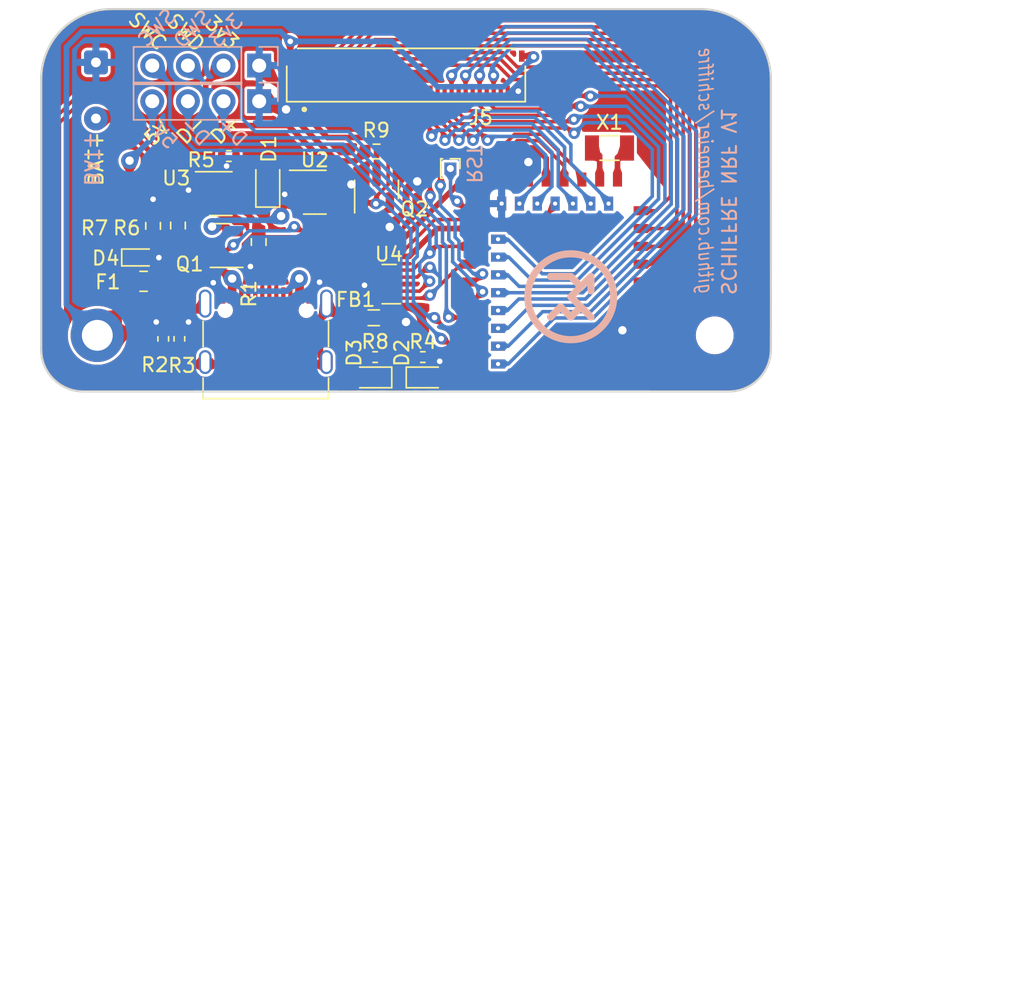
<source format=kicad_pcb>
(kicad_pcb (version 20221018) (generator pcbnew)
  (layers (0 "F.Cu" signal) (31 "B.Cu" signal) (34 "B.Paste" user) (35 "F.Paste" user) (36 "B.SilkS" user "B.Silkscreen") (37 "F.SilkS" user "F.Silkscreen") (38 "B.Mask" user) (39 "F.Mask" user) (44 "Edge.Cuts" user))
  (net 0 "")
  (net 1 "GND")
  (net 2 "RESET")
  (net 3 "/P0.02")
  (net 4 "/P0.29")
  (net 5 "/P0.30")
  (net 6 "/P0.31")
  (net 7 "VBUS")
  (net 8 "VBAT")
  (net 9 "DATA+")
  (net 10 "DATA-")
  (net 11 "/P1.13")
  (net 12 "/P1.11")
  (net 13 "/P0.20")
  (net 14 "/P0.13")
  (net 15 "/P0.15")
  (net 16 "/P0.17")
  (net 17 "/P0.22")
  (net 18 "/P0.24")
  (net 19 "SYS_LED")
  (net 20 "/P0.03")
  (net 21 "/P0.28")
  (net 22 "/P0.00")
  (net 23 "/P0.01")
  (net 24 "/P1.06")
  (net 25 "/P1.04")
  (net 26 "SWC")
  (net 27 "SWD")
  (net 28 "POWER_PIN")
  (net 29 "/P0.26")
  (net 30 "DCCH")
  (net 31 "CC2")
  (net 32 "CC1")
  (net 33 "EXT_VCC")
  (net 34 "Net-(D1-K)")
  (net 35 "/P1.00")
  (net 36 "/P1.02")
  (net 37 "/P0.12")
  (net 38 "Net-(D2-K)")
  (net 39 "BATTERY_PIN")
  (net 40 "Net-(D3-K)")
  (net 43 "nRF_VDD")
  (net 44 "/P0.07")
  (net 45 "/P0.08")
  (net 46 "/P0.06")
  (net 47 "Net-(U3-PROG)")
  (net 48 "/P0.05")
  (net 49 "/P1.09")
  (net 50 "Net-(U3-STAT)")
  (net 52 "/P1.10")
  (net 53 "5V")
  (net 54 "SHIELD")
  (footprint "E73-2G4M08S1C:E73-2G4M08S1C-52840" (layer "F.Cu") (at 51.601 26.52 -90)
    (fp_text reference "U1" hide)
    (fp_text value "E73-2G4M08S1C")
  )
  (footprint "Package_TO_SOT_SMD:SOT-23" (layer "F.Cu") (at 38.9 27.6 90)
    (fp_text reference "Q2")
    (fp_text value "AO3407")
  )
  (footprint "Diode_SMD:D_SOD-323F" (layer "F.Cu") (at 31.15 27.25 90)
    (fp_text reference "D1")
    (fp_text value "1N5819")
  )
  (footprint "Resistor_SMD:R_0603_1608Metric" (layer "F.Cu") (at 24.75 30.175 -90)
    (fp_text reference "R6")
    (fp_text value "1M")
  )
  (footprint "Resistor_SMD:R_0603_1608Metric" (layer "F.Cu") (at 22.975 30.2 90)
    (fp_text reference "R7")
    (fp_text value "2M")
  )
  (footprint "Package_TO_SOT_SMD:SOT-23" (layer "F.Cu") (at 27.7 31.6 180)
    (fp_text reference "Q1")
    (fp_text value "AO3407" hide)
  )
  (footprint "Resistor_SMD:R_0402_1005Metric" (layer "F.Cu") (at 42.2 39.55)
    (fp_text reference "R4")
    (fp_text value "1K")
  )
  (footprint "Resistor_SMD:R_0402_1005Metric" (layer "F.Cu") (at 23.7 38.25 90)
    (fp_text reference "R2")
    (fp_text value "5.1K")
  )
  (footprint "Resistor_SMD:R_0402_1005Metric" (layer "F.Cu") (at 24.85 38.25 90)
    (fp_text reference "R3")
    (fp_text value "5.1K")
  )
  (footprint "LED_SMD:LED_0603_1608Metric" (layer "F.Cu") (at 42.5 41)
    (fp_text reference "D2")
    (fp_text value "SYSTEM_LED")
  )
  (footprint "Resistor_SMD:R_0603_1608Metric" (layer "F.Cu") (at 30.5 31.35 -90)
    (fp_text reference "R1")
    (fp_text value "100K")
  )
  (footprint "Package_TO_SOT_SMD:SOT-23-5" (layer "F.Cu") (at 27.8 27.9)
    (fp_text reference "U3")
    (fp_text value "TP4054")
  )
  (footprint "Resistor_SMD:R_0402_1005Metric" (layer "F.Cu") (at 28.375 25.225 180)
    (fp_text reference "R5")
    (fp_text value "5.1K")
  )
  (footprint "Resistor_SMD:R_0603_1608Metric" (layer "F.Cu") (at 38.9 24.9 180)
    (fp_text reference "R9")
    (fp_text value "2M")
  )
  (footprint "Package_TO_SOT_SMD:SOT-23-5" (layer "F.Cu") (at 34.5 27.8)
    (fp_text reference "U2")
    (fp_text value "XC6220")
  )
  (footprint "Crystal:Crystal_SMD_3215-2Pin_3.2x1.5mm" (layer "F.Cu") (at 55.5 24.65 180)
    (fp_text reference "X1")
    (fp_text value "32768kHz")
  )
  (footprint "Resistor_SMD:R_0402_1005Metric" (layer "F.Cu") (at 38.8 39.55 180)
    (fp_text reference "R8")
    (fp_text value "1K")
  )
  (footprint "LED_SMD:LED_0603_1608Metric" (layer "F.Cu") (at 38.5 41 180)
    (fp_text reference "D3")
    (fp_text value "CHARGE_LED")
  )
  (footprint "Fuse:Fuse_0805_2012Metric" (layer "F.Cu") (at 22.3 34.15)
    (fp_text reference "F1")
    (fp_text value "SMD0805-050-16V")
  )
  (footprint "Connector_PinHeader_1.00mm:PinHeader_1x01_P1.00mm_Vertical" (layer "F.Cu") (at 44.16 26.11 -90)
    (fp_text reference "J3" hide)
    (fp_text value "Conn_01x01_Pin")
  )
  (footprint "MountingHole:MountingHole_2.2mm_M2_DIN965_Pad_TopBottom" (layer "F.Cu") (at 19 38)
    (fp_text reference "H1" hide)
    (fp_text value "MountingHole_Pad")
  )
  (footprint "Inductor_SMD:L_0805_2012Metric" (layer "F.Cu") (at 38.7 36.75 180)
    (fp_text reference "FB1")
    (fp_text value "GZ2012D601TF")
  )
  (footprint "FH34SRJ-30S-05:HRS_FH34SRJ-30S-0.5SH(50)" (layer "F.Cu") (at 41 20.6 180)
    (fp_text reference "J5")
    (fp_text value "FH34SRJ-30S-0.5SH(50)")
  )
  (footprint "Diode_SMD:D_SOD-523" (layer "F.Cu") (at 22 32.45)
    (fp_text reference "D4")
    (fp_text value "ESD5Z5V0")
  )
  (footprint "Package_SON:USON-10_2.5x1.0mm_P0.5mm" (layer "F.Cu") (at 39.8 34.35 180)
    (fp_text reference "U4")
    (fp_text value "TPD4E05U06DQAR")
  )
  (footprint "USB-C:USB_C_Receptacle_Palconn_UTC16-G_3D" (layer "F.Cu") (at 31.008 37.6675)
    (fp_text reference "P1" hide)
    (fp_text value "USB_C_Plug_USB2.0")
  )
  (footprint "MountingHole:MountingHole_2.2mm_M2_DIN965" (layer "F.Cu") (at 63 38)
    (fp_text reference "H2" hide)
    (fp_text value "MountingHole")
  )
  (footprint "Connector_PinSocket_2.54mm:PinSocket_1x04_P2.54mm_Vertical" (layer "B.Cu") (at 30.535 18.775 90)
    (fp_text reference "J2" hide)
    (fp_text value "Conn_01x04")
  )
  (footprint "Connector_PinSocket_2.54mm:PinSocket_1x04_P2.54mm_Vertical" (layer "B.Cu") (at 30.535 21.315 90)
    (fp_text reference "J4" hide)
    (fp_text value "Conn_01x04")
  )
  (footprint "Connector_Wire:SolderWire-0.15sqmm_1x02_P4mm_D0.5mm_OD1.5mm" (layer "B.Cu") (at 18.9 18.55 -90)
    (fp_text reference "J1" hide)
    (fp_text value "Conn_01x02")
  )
  (gr_poly (pts (xy 56.050095 35.079517) (xy 56.037283 34.911259) (xy 56.016186 34.745437) (xy 55.987011 34.582258) (xy 55.949969 34.421932) (xy 55.905268 34.264668) (xy 55.853117 34.110674) (xy 55.793725 33.96016) (xy 55.727302 33.813335) (xy 55.654055 33.670407) (xy 55.574195 33.531586) (xy 55.487929 33.39708) (xy 55.395468 33.267098) (xy 55.297019 33.14185) (xy 55.192793 33.021544) (xy 55.082997 32.906389) (xy 54.967841 32.796594) (xy 54.847535 32.692369) (xy 54.722286 32.593922) (xy 54.592304 32.501461) (xy 54.457797 32.415197) (xy 54.318976 32.335338) (xy 54.176049 32.262093) (xy 54.029224 32.19567) (xy 53.878711 32.13628) (xy 53.724718 32.08413) (xy 53.567456 32.03943) (xy 53.407132 32.002389) (xy 53.243955 31.973215) (xy 53.078136 31.952118) (xy 52.909882 31.939307) (xy 52.739402 31.93499) (xy 52.568919 31.939307) (xy 52.400662 31.952118) (xy 52.234839 31.973215) (xy 52.07166 32.002389) (xy 51.911334 32.03943) (xy 51.75407 32.08413) (xy 51.600076 32.13628) (xy 51.449562 32.19567) (xy 51.302737 32.262093) (xy 51.159809 32.335338) (xy 51.020988 32.415197) (xy 50.886482 32.501461) (xy 50.7565 32.593922) (xy 50.631252 32.692369) (xy 50.510946 32.796594) (xy 50.395791 32.906389) (xy 50.285997 33.021544) (xy 50.181771 33.14185) (xy 50.083324 33.267098) (xy 49.990864 33.39708) (xy 49.9046 33.531586) (xy 49.824741 33.670407) (xy 49.751495 33.813335) (xy 49.685073 33.96016) (xy 49.625682 34.110674) (xy 49.573533 34.264668) (xy 49.528833 34.421932) (xy 49.491791 34.582258) (xy 49.462618 34.745437) (xy 49.441521 34.911259) (xy 49.428709 35.079517) (xy 49.424393 35.25) (xy 49.428709 35.420479) (xy 49.441521 35.588733) (xy 49.462618 35.754552) (xy 49.491791 35.917727) (xy 49.528833 36.07805) (xy 49.573533 36.235312) (xy 49.625682 36.389303) (xy 49.685073 36.539814) (xy 49.751495 36.686637) (xy 49.824741 36.829563) (xy 49.9046 36.968383) (xy 49.990864 37.102887) (xy 50.083324 37.232867) (xy 50.181771 37.358114) (xy 50.285997 37.478419) (xy 50.395791 37.593572) (xy 50.510946 37.703366) (xy 50.631252 37.80759) (xy 50.7565 37.906037) (xy 50.886482 37.998496) (xy 51.020988 38.08476) (xy 51.159809 38.164618) (xy 51.302737 38.237863) (xy 51.449562 38.304285) (xy 51.600076 38.363676) (xy 51.75407 38.415825) (xy 51.911334 38.460525) (xy 52.07166 38.497566) (xy 52.234839 38.52674) (xy 52.400662 38.547837) (xy 52.568919 38.560648) (xy 52.739402 38.564965) (xy 52.739402 38.054991) (xy 52.595147 38.051338) (xy 52.452776 38.040497) (xy 52.312465 38.022646) (xy 52.174391 37.99796) (xy 52.038731 37.966617) (xy 51.905661 37.928793) (xy 51.77536 37.884666) (xy 51.648002 37.834411) (xy 51.523766 37.778207) (xy 51.402828 37.71623) (xy 51.285364 37.648656) (xy 51.171552 37.575663) (xy 51.061569 37.497427) (xy 50.95559 37.414125) (xy 50.853794 37.325934) (xy 50.756356 37.23303) (xy 50.663454 37.135591) (xy 50.575264 37.033794) (xy 50.491963 36.927815) (xy 50.413729 36.817831) (xy 50.340737 36.704019) (xy 50.273164 36.586555) (xy 50.211188 36.465617) (xy 50.154985 36.341382) (xy 50.104733 36.214025) (xy 50.060606 36.083725) (xy 50.022784 35.950657) (xy 49.991442 35.814999) (xy 49.966757 35.676927) (xy 49.948906 35.536619) (xy 49.938065 35.394251) (xy 49.934413 35.25) (xy 49.938065 35.105745) (xy 49.948906 34.963373) (xy 49.966757 34.823061) (xy 49.991442 34.684987) (xy 50.022784 34.549325) (xy 50.060606 34.416255) (xy 50.104733 34.285952) (xy 50.154985 34.158593) (xy 50.211188 34.034355) (xy 50.273164 33.913415) (xy 50.340737 33.79595) (xy 50.413729 33.682136) (xy 50.491963 33.57215) (xy 50.575264 33.466169) (xy 50.663454 33.364371) (xy 50.756356 33.266931) (xy 50.853794 33.174027) (xy 50.95559 33.085835) (xy 51.061569 33.002532) (xy 51.171552 32.924295) (xy 51.285364 32.851301) (xy 51.402828 32.783727) (xy 51.523766 32.721749) (xy 51.648002 32.665544) (xy 51.77536 32.61529) (xy 51.905661 32.571162) (xy 52.038731 32.533339) (xy 52.174391 32.501995) (xy 52.312465 32.47731) (xy 52.452776 32.459458) (xy 52.595147 32.448617) (xy 52.739402 32.444964) (xy 52.883653 32.448617) (xy 53.026021 32.459458) (xy 53.16633 32.47731) (xy 53.304401 32.501995) (xy 53.440059 32.533339) (xy 53.573127 32.571162) (xy 53.703427 32.61529) (xy 53.830784 32.665544) (xy 53.955019 32.721749) (xy 54.075957 32.783727) (xy 54.193421 32.851301) (xy 54.307233 32.924295) (xy 54.417217 33.002532) (xy 54.523196 33.085835) (xy 54.624994 33.174027) (xy 54.722433 33.266931) (xy 54.815336 33.364371) (xy 54.903527 33.466169) (xy 54.986829 33.57215) (xy 55.065065 33.682136) (xy 55.138058 33.79595) (xy 55.205632 33.913415) (xy 55.26761 34.034355) (xy 55.323814 34.158593) (xy 55.374068 34.285952) (xy 55.418195 34.416255) (xy 55.456019 34.549325) (xy 55.487362 34.684987) (xy 55.512048 34.823061) (xy 55.5299 34.963373) (xy 55.54074 35.105745) (xy 55.544393 35.25) (xy 55.54074 35.394251) (xy 55.5299 35.536619) (xy 55.512048 35.676927) (xy 55.487362 35.814999) (xy 55.456019 35.950657) (xy 55.418195 36.083725) (xy 55.374068 36.214025) (xy 55.323814 36.341382) (xy 55.26761 36.465617) (xy 55.205632 36.586555) (xy 55.138058 36.704019) (xy 55.065065 36.817831) (xy 54.986829 36.927815) (xy 54.903527 37.033794) (xy 54.815336 37.135591) (xy 54.722433 37.23303) (xy 54.624994 37.325934) (xy 54.523196 37.414125) (xy 54.417217 37.497427) (xy 54.307233 37.575663) (xy 54.193421 37.648656) (xy 54.075957 37.71623) (xy 53.955019 37.778207) (xy 53.830784 37.834411) (xy 53.703427 37.884666) (xy 53.573127 37.928793) (xy 53.440059 37.966617) (xy 53.304401 37.99796) (xy 53.16633 38.022646) (xy 53.026021 38.040497) (xy 52.883653 38.051338) (xy 52.739402 38.054991) (xy 52.739402 38.564965) (xy 52.909882 38.560648) (xy 53.078136 38.547837) (xy 53.243955 38.52674) (xy 53.407132 38.497566) (xy 53.567456 38.460525) (xy 53.724718 38.415825) (xy 53.878711 38.363676) (xy 54.029224 38.304285) (xy 54.176049 38.237863) (xy 54.318976 38.164618) (xy 54.457797 38.08476) (xy 54.592304 37.998496) (xy 54.722286 37.906037) (xy 54.847535 37.80759) (xy 54.967841 37.703366) (xy 55.082997 37.593572) (xy 55.192793 37.478419) (xy 55.297019 37.358114) (xy 55.395468 37.232867) (xy 55.487929 37.102887) (xy 55.574195 36.968383) (xy 55.654055 36.829563) (xy 55.727302 36.686637) (xy 55.793725 36.539814) (xy 55.853117 36.389303) (xy 55.905268 36.235312) (xy 55.949969 36.07805) (xy 55.987011 35.917727) (xy 56.016186 35.754552) (xy 56.037283 35.588733) (xy 56.050095 35.420479) (xy 56.054412 35.25)) (fill solid) (layer "B.SilkS"))
  (gr_poly (pts (xy 54.43615 33.788264) (xy 54.434016 33.769358) (xy 54.430511 33.750817) (xy 54.425677 33.732704) (xy 54.419557 33.715084) (xy 54.412193 33.698019) (xy 54.403628 33.681574) (xy 54.393905 33.665812) (xy 54.383065 33.650796) (xy 54.371151 33.636589) (xy 54.358205 33.623257) (xy 54.34427 33.610861) (xy 54.329389 33.599465) (xy 54.313603 33.589134) (xy 54.296956 33.57993) (xy 54.279489 33.571917) (xy 54.261463 33.565228) (xy 54.243175 33.559961) (xy 54.2247 33.556101) (xy 54.206113 33.553634) (xy 54.18749 33.552543) (xy 54.168903 33.552814) (xy 54.15043 33.554432) (xy 54.132143 33.557383) (xy 54.114118 33.561651) (xy 54.09643 33.567221) (xy 54.079154 33.574078) (xy 54.062364 33.582208) (xy 54.046135 33.591596) (xy 54.030542 33.602225) (xy 54.01566 33.614083) (xy 54.001563 33.627153) (xy 53.460644 34.168116) (xy 52.919724 33.627153) (xy 52.910555 33.618435) (xy 52.901008 33.610217) (xy 52.891105 33.602507) (xy 52.880866 33.595315) (xy 52.870312 33.588648) (xy 52.859463 33.582516) (xy 52.848342 33.576927) (xy 52.836968 33.571889) (xy 52.825363 33.567412) (xy 52.813547 33.563504) (xy 52.801542 33.560173) (xy 52.789368 33.557428) (xy 52.777046 33.555279) (xy 52.764597 33.553733) (xy 52.752042 33.552799) (xy 52.739402 33.552485) (xy 51.295257 33.552485) (xy 51.282142 33.552817) (xy 51.269199 33.553803) (xy 51.256443 33.555426) (xy 51.243891 33.557669) (xy 51.231557 33.560518) (xy 51.219459 33.563957) (xy 51.207612 33.567968) (xy 51.196033 33.572536) (xy 51.184738 33.577645) (xy 51.173742 33.583279) (xy 51.163062 33.589421) (xy 51.152715 33.596056) (xy 51.142715 33.603168) (xy 51.133079 33.61074) (xy 51.123823 33.618757) (xy 51.114963 33.627202) (xy 51.106516 33.63606) (xy 51.098497 33.645313) (xy 51.090923 33.654947) (xy 51.083809 33.664945) (xy 51.077172 33.675291) (xy 51.071028 33.685969) (xy 51.065393 33.696963) (xy 51.060282 33.708257) (xy 51.055713 33.719834) (xy 51.0517 33.73168) (xy 51.048261 33.743777) (xy 51.045411 33.756109) (xy 51.043166 33.768661) (xy 51.041543 33.781416) (xy 51.040557 33.794359) (xy 51.040225 33.807473) (xy 51.040557 33.820587) (xy 51.041543 33.83353) (xy 51.043166 33.846286) (xy 51.045411 33.858839) (xy 51.048261 33.871173) (xy 51.0517 33.883271) (xy 51.055713 33.895118) (xy 51.060282 33.906697) (xy 51.065393 33.917992) (xy 51.071028 33.928988) (xy 51.077172 33.939668) (xy 51.083809 33.950016) (xy 51.090923 33.960016) (xy 51.098497 33.969652) (xy 51.106516 33.978908) (xy 51.114963 33.987767) (xy 51.123823 33.996215) (xy 51.133079 34.004234) (xy 51.142715 34.011808) (xy 51.152715 34.018922) (xy 51.163062 34.025559) (xy 51.173742 34.031703) (xy 51.184738 34.037339) (xy 51.196033 34.042449) (xy 51.207612 34.047019) (xy 51.219459 34.051031) (xy 51.231557 34.054471) (xy 51.243891 34.057321) (xy 51.256443 34.059565) (xy 51.269199 34.061189) (xy 51.282142 34.062174) (xy 51.295257 34.062506) (xy 52.633746 34.062506) (xy 53.1 34.528715) (xy 52.559081 35.069679) (xy 52.550037 35.079192) (xy 52.541576 35.089045) (xy 52.533699 35.099215) (xy 52.526405 35.10968) (xy 52.519695 35.120417) (xy 52.513568 35.131402) (xy 52.508025 35.142614) (xy 52.503065 35.15403) (xy 52.498689 35.165627) (xy 52.494896 35.177383) (xy 52.491687 35.189275) (xy 52.489061 35.201279) (xy 52.487019 35.213375) (xy 52.48556 35.225538) (xy 52.484685 35.237747) (xy 52.484393 35.249978) (xy 52.484685 35.262209) (xy 52.48556 35.274418) (xy 52.487019 35.286581) (xy 52.489061 35.298676) (xy 52.491687 35.310681) (xy 52.494896 35.322573) (xy 52.498689 35.334328) (xy 52.503065 35.345925) (xy 52.508025 35.357341) (xy 52.513568 35.368553) (xy 52.519695 35.379539) (xy 52.526405 35.390275) (xy 52.533699 35.40074) (xy 52.541576 35.41091) (xy 52.550037 35.420763) (xy 52.559081 35.430276) (xy 53.1 35.971241) (xy 52.739402 36.331839) (xy 52.198438 35.790919) (xy 52.188925 35.781875) (xy 52.179072 35.773415) (xy 52.168902 35.765537) (xy 52.158437 35.758244) (xy 52.1477 35.751533) (xy 52.136715 35.745407) (xy 52.125503 35.739863) (xy 52.114087 35.734904) (xy 52.10249 35.730528) (xy 52.090734 35.726735) (xy 52.078843 35.723526) (xy 52.066838 35.7209) (xy 52.054742 35.718858) (xy 52.042579 35.717399) (xy 52.03037 35.716524) (xy 52.018139 35.716232) (xy 52.005908 35.716524) (xy 51.993699 35.717399) (xy 51.981536 35.718858) (xy 51.969441 35.7209) (xy 51.957436 35.723526) (xy 51.945544 35.726735) (xy 51.933789 35.730528) (xy 51.922192 35.734904) (xy 51.910776 35.739863) (xy 51.899564 35.745407) (xy 51.888578 35.751533) (xy 51.877842 35.758244) (xy 51.867377 35.765537) (xy 51.857207 35.773415) (xy 51.847354 35.781875) (xy 51.83784 35.790919) (xy 51.1166 36.512161) (xy 51.107559 36.52167) (xy 51.099102 36.531521) (xy 51.091229 36.541689) (xy 51.083938 36.552153) (xy 51.077231 36.562889) (xy 51.071107 36.573875) (xy 51.065566 36.585089) (xy 51.060608 36.596507) (xy 51.056234 36.608106) (xy 51.052443 36.619864) (xy 51.049235 36.631759) (xy 51.046611 36.643767) (xy 51.044569 36.655867) (xy 51.043111 36.668034) (xy 51.042236 36.680247) (xy 51.041945 36.692482) (xy 51.042236 36.704718) (xy 51.043111 36.71693) (xy 51.044569 36.729098) (xy 51.046611 36.741197) (xy 51.049235 36.753205) (xy 51.052443 36.7651) (xy 51.056234 36.776858) (xy 51.060608 36.788458) (xy 51.065566 36.799875) (xy 51.071107 36.811089) (xy 51.077231 36.822075) (xy 51.083938 36.832811) (xy 51.091229 36.843275) (xy 51.099102 36.853444) (xy 51.107559 36.863294) (xy 51.1166 36.872804) (xy 51.126105 36.88184) (xy 51.135952 36.890293) (xy 51.146118 36.898163) (xy 51.156579 36.90545) (xy 51.167313 36.912154) (xy 51.178297 36.918276) (xy 51.189509 36.923814) (xy 51.200926 36.928769) (xy 51.212524 36.933142) (xy 51.224282 36.936931) (xy 51.236176 36.940137) (xy 51.248184 36.942761) (xy 51.260283 36.944801) (xy 51.27245 36.946258) (xy 51.284663 36.947133) (xy 51.296899 36.947424) (xy 51.309134 36.947133) (xy 51.321347 36.946258) (xy 51.333514 36.944801) (xy 51.345613 36.942761) (xy 51.357621 36.940137) (xy 51.369515 36.936931) (xy 51.381273 36.933142) (xy 51.392871 36.928769) (xy 51.404288 36.923814) (xy 51.4155 36.918276) (xy 51.426484 36.912154) (xy 51.437218 36.90545) (xy 51.447679 36.898163) (xy 51.457845 36.890293) (xy 51.467691 36.88184) (xy 51.477197 36.872804) (xy 52.018162 36.331839) (xy 52.559081 36.872804) (xy 52.568595 36.881848) (xy 52.578448 36.890309) (xy 52.588619 36.898186) (xy 52.599085 36.90548) (xy 52.609822 36.91219) (xy 52.620809 36.918316) (xy 52.632022 36.92386) (xy 52.64344 36.928819) (xy 52.655038 36.933196) (xy 52.666796 36.936988) (xy 52.678689 36.940198) (xy 52.690696 36.942823) (xy 52.702793 36.944866) (xy 52.714958 36.946324) (xy 52.727169 36.9472) (xy 52.739403 36.947491) (xy 52.751636 36.9472) (xy 52.763847 36.946324) (xy 52.776012 36.944866) (xy 52.788109 36.942823) (xy 52.800116 36.940198) (xy 52.812009 36.936988) (xy 52.823767 36.933196) (xy 52.835366 36.928819) (xy 52.846783 36.92386) (xy 52.857996 36.918316) (xy 52.868983 36.91219) (xy 52.879721 36.90548) (xy 52.890186 36.898186) (xy 52.900357 36.890309) (xy 52.910211 36.881848) (xy 52.919724 36.872804) (xy 53.460644 36.331839) (xy 54.001563 36.872804) (xy 54.011073 36.88184) (xy 54.020923 36.890293) (xy 54.031091 36.898163) (xy 54.041555 36.90545) (xy 54.052292 36.912154) (xy 54.063278 36.918276) (xy 54.074491 36.923814) (xy 54.085909 36.928769) (xy 54.097508 36.933142) (xy 54.109267 36.936931) (xy 54.121161 36.940137) (xy 54.13317 36.942761) (xy 54.145269 36.944801) (xy 54.157436 36.946258) (xy 54.169649 36.947133) (xy 54.181885 36.947424) (xy 54.19412 36.947133) (xy 54.206333 36.946258) (xy 54.2185 36.944801) (xy 54.230599 36.942761) (xy 54.242608 36.940137) (xy 54.254502 36.936931) (xy 54.266261 36.933142) (xy 54.27786 36.928769) (xy 54.289278 36.923814) (xy 54.300491 36.918276) (xy 54.311478 36.912154) (xy 54.322214 36.90545) (xy 54.332678 36.898163) (xy 54.342846 36.890293) (xy 54.352696 36.88184) (xy 54.362206 36.872804) (xy 54.371242 36.863294) (xy 54.379695 36.853444) (xy 54.387565 36.843275) (xy 54.394852 36.832811) (xy 54.401557 36.822075) (xy 54.407678 36.811089) (xy 54.413216 36.799875) (xy 54.418171 36.788458) (xy 54.422543 36.776858) (xy 54.426333 36.7651) (xy 54.429539 36.753205) (xy 54.432162 36.741197) (xy 54.434203 36.729098) (xy 54.43566 36.71693) (xy 54.436535 36.704718) (xy 54.436826 36.692482) (xy 54.436535 36.680247) (xy 54.43566 36.668034) (xy 54.434203 36.655867) (xy 54.432162 36.643767) (xy 54.429539 36.631759) (xy 54.426333 36.619864) (xy 54.422543 36.608106) (xy 54.418171 36.596507) (xy 54.413216 36.585089) (xy 54.407678 36.573875) (xy 54.401557 36.562889) (xy 54.394852 36.552153) (xy 54.387565 36.541689) (xy 54.379695 36.531521) (xy 54.371242 36.52167) (xy 54.362206 36.512161) (xy 53.1 35.25) (xy 53.926897 34.423103) (xy 53.926897 34.827465) (xy 53.927229 34.84058) (xy 53.928215 34.853523) (xy 53.929838 34.866279) (xy 53.932081 34.878832) (xy 53.93493 34.891165) (xy 53.938369 34.903263) (xy 53.94238 34.91511) (xy 53.946948 34.926689) (xy 53.952057 34.937985) (xy 53.95769 34.94898) (xy 53.963833 34.95966) (xy 53.970468 34.970008) (xy 53.97758 34.980008) (xy 53.985152 34.989644) (xy 53.993169 34.9989) (xy 54.001614 35.007759) (xy 54.010471 35.016207) (xy 54.019725 35.024225) (xy 54.029359 35.0318) (xy 54.039357 35.038913) (xy 54.049703 35.04555) (xy 54.060381 35.051695) (xy 54.071375 35.05733) (xy 54.082668 35.062441) (xy 54.094246 35.06701) (xy 54.106091 35.071023) (xy 54.118188 35.074462) (xy 54.13052 35.077312) (xy 54.143072 35.079557) (xy 54.155828 35.08118) (xy 54.168771 35.082166) (xy 54.181885 35.082498) (xy 54.194999 35.082166) (xy 54.207941 35.08118) (xy 54.220697 35.079557) (xy 54.233249 35.077312) (xy 54.245581 35.074462) (xy 54.257678 35.071023) (xy 54.269523 35.06701) (xy 54.281101 35.062441) (xy 54.292395 35.05733) (xy 54.303388 35.051695) (xy 54.314066 35.04555) (xy 54.324412 35.038913) (xy 54.33441 35.0318) (xy 54.344044 35.024225) (xy 54.353298 35.016207) (xy 54.362155 35.007759) (xy 54.3706 34.9989) (xy 54.378617 34.989644) (xy 54.386189 34.980008) (xy 54.393301 34.970008) (xy 54.399936 34.95966) (xy 54.406078 34.94898) (xy 54.411712 34.937985) (xy 54.416821 34.926689) (xy 54.421389 34.91511) (xy 54.4254 34.903263) (xy 54.428838 34.891165) (xy 54.431687 34.878832) (xy 54.433931 34.866279) (xy 54.435554 34.853523) (xy 54.436539 34.84058) (xy 54.436871 34.827465) (xy 54.436871 33.807473)) (fill solid) (layer "B.SilkS"))
  (gr_line (start 62 14.75) (end 20 14.75) (stroke (width 0.15)) (layer "Edge.Cuts"))
  (gr_line (start 67.006 37.25) (end 67 39) (stroke (width 0.15)) (layer "Edge.Cuts"))
  (gr_arc (start 15 19.75) (mid 16.464466 16.214466) (end 20 14.75) (stroke (width 0.15)) (layer "Edge.Cuts"))
  (gr_line (start 64 42) (end 18 42) (stroke (width 0.15)) (layer "Edge.Cuts"))
  (gr_arc (start 18 42) (mid 15.87868 41.12132) (end 15 39) (stroke (width 0.15)) (layer "Edge.Cuts"))
  (gr_arc (start 67 39) (mid 66.12132 41.12132) (end 64 42) (stroke (width 0.15)) (layer "Edge.Cuts"))
  (gr_arc (start 62 14.75) (mid 65.535534 16.214466) (end 67 19.75) (stroke (width 0.15)) (layer "Edge.Cuts"))
  (gr_line (start 67.006 37.25) (end 67 19.75) (stroke (width 0.15)) (layer "Edge.Cuts"))
  (gr_line (start 15 19.75) (end 15 39) (stroke (width 0.15)) (layer "Edge.Cuts"))
  (gr_text "SCHIFFRE NRF V1" (at 63.38 35.22 -90) (layer "B.SilkS") (effects (font (size 1 1)) (justify left bottom mirror)))
  (gr_text "BAT+" (at 18 27.45 -90) (layer "B.SilkS") (effects (font (size 1 1)) (justify left bottom mirror)))
  (gr_text "SWD" (at 25.79 16.18 45) (layer "B.SilkS") (effects (font (size 1 1)) (justify mirror)))
  (gr_text "D-" (at 25.97 23.44 -45) (layer "B.SilkS") (effects (font (size 1 1)) (justify mirror)))
  (gr_text "D+" (at 28.63 23.48 -45) (layer "B.SilkS") (effects (font (size 1 1)) (justify mirror)))
  (gr_text "3v3" (at 28.18 16.29 45) (layer "B.SilkS") (effects (font (size 1 1)) (justify mirror)))
  (gr_text "github.com/bemeier/schiffre" (at 61.76 35.14 -90) (layer "B.SilkS") (effects (font (size 1 0.8) (thickness 0.12) italic) (justify left bottom mirror)))
  (gr_text "5V" (at 23.81 23.83 -45) (layer "B.SilkS") (effects (font (size 1 1)) (justify mirror)))
  (gr_text "RST" (at 45.25 27.27 -90) (layer "B.SilkS") (effects (font (size 1 1)) (justify left bottom mirror)))
  (gr_text "SWC" (at 23.25 16.09 45) (layer "B.SilkS") (effects (font (size 1 1)) (justify mirror)))
  (gr_text "D-" (at 25.7 23.325 45) (layer "F.SilkS") (effects (font (size 1 1))))
  (gr_text "D+" (at 28.125 23.325 45) (layer "F.SilkS") (effects (font (size 1 1))))
  (gr_text "SWC" (at 22.575 16.325 -45) (layer "F.SilkS") (effects (font (size 1 1))))
  (gr_text "SWD" (at 25.3 16.425 -45) (layer "F.SilkS") (effects (font (size 1 1))))
  (gr_text "3v3" (at 27.875 16.425 -45) (layer "F.SilkS") (effects (font (size 1 1))))
  (gr_text "BAT+" (at 19.5 27.45 90) (layer "F.SilkS") (effects (font (size 1 1)) (justify left bottom)))
  (gr_text "5V" (at 23.25 23.575 45) (layer "F.SilkS") (effects (font (size 1 1))))
  (segment (start 33.75 21.6) (end 33.75 20.6) (width 0.25) (layer "F.Cu") (net 1))
  (segment (start 49.721 25.65) (end 49.721 26.901) (width 0.4) (layer "F.Cu") (net 1))
  (segment (start 22.7 32.45) (end 23.375402 32.45) (width 0.25) (layer "F.Cu") (net 1))
  (segment (start 32.4495 21.9) (end 32.4495 20.6995) (width 0.4) (layer "F.Cu") (net 1))
  (segment (start 22.975 29.375) (end 22.975 28.3) (width 0.25) (layer "F.Cu") (net 1))
  (segment (start 29.912404 33.0948) (end 29.912404 33.094799) (width 0.4) (layer "F.Cu") (net 1))
  (segment (start 32.4495 21.9) (end 31.12 21.9) (width 0.4) (layer "F.Cu") (net 1))
  (segment (start 25.5 27.65) (end 25.75 27.9) (width 0.25) (layer "F.Cu") (net 1))
  (segment (start 34.837701 34.212299) (end 34.208 34.842) (width 0.25) (layer "F.Cu") (net 1))
  (segment (start 41 27.825001) (end 41.798543 27.026458) (width 0.5) (layer "F.Cu") (net 1))
  (segment (start 41 29.113507) (end 41 27.825001) (width 0.5) (layer "F.Cu") (net 1))
  (segment (start 34.208 34.842) (end 34.208 35.1575) (width 0.25) (layer "F.Cu") (net 1))
  (segment (start 37.10727 27.243763) (end 37.10727 26.60727) (width 0.4) (layer "F.Cu") (net 1))
  (segment (start 57.365 35.47) (end 57.72 35.47) (width 0.4) (layer "F.Cu") (net 1))
  (segment (start 28.211829 25.93723) (end 28.211829 25.571829) (width 0.25) (layer "F.Cu") (net 1))
  (segment (start 28.211829 25.571829) (end 27.865 25.225) (width 0.25) (layer "F.Cu") (net 1))
  (segment (start 23.2 37.24) (end 23.7 37.74) (width 0.25) (layer "F.Cu") (net 1))
  (segment (start 32.505235 27.8) (end 33.3625 27.8) (width 0.25) (layer "F.Cu") (net 1))
  (segment (start 24.85 37.6995) (end 24.85 37.74) (width 0.25) (layer "F.Cu") (net 1))
  (segment (start 25.75 27.9) (end 26.6625 27.9) (width 0.25) (layer "F.Cu") (net 1))
  (segment (start 43.4 39.85) (end 43.01 39.85) (width 0.25) (layer "F.Cu") (net 1))
  (segment (start 33.7 21.65) (end 33.75 21.6) (width 0.25) (layer "F.Cu") (net 1))
  (segment (start 32.4495 21.9) (end 32.4495 21.9495) (width 0.4) (layer "F.Cu") (net 1))
  (segment (start 43.01 39.85) (end 42.71 39.55) (width 0.25) (layer "F.Cu") (net 1))
  (segment (start 39.838007 30.2755) (end 41 29.113507) (width 0.5) (layer "F.Cu") (net 1))
  (segment (start 36.075 25.575) (end 37.4 25.575) (width 0.4) (layer "F.Cu") (net 1))
  (segment (start 38.040662 34.428824) (end 38.119486 34.35) (width 0.25) (layer "F.Cu") (net 1))
  (segment (start 56.42177 36.41323) (end 57.365 35.47) (width 0.4) (layer "F.Cu") (net 1))
  (segment (start 39.7625 36.75) (end 40.7 36.75) (width 0.4) (layer "F.Cu") (net 1))
  (segment (start 30.535 18.785) (end 30.535 18.775) (width 0.4) (layer "F.Cu") (net 1))
  (segment (start 33.45 21.9) (end 33.7 21.65) (width 0.4) (layer "F.Cu") (net 1))
  (segment (start 27.808 34.792168) (end 27.808 35.1575) (width 0.25) (layer "F.Cu") (net 1))
  (segment (start 39.415 34.35) (end 40.185 34.35) (width 0.25) (layer "F.Cu") (net 1))
  (segment (start 38.119486 34.35) (end 39.415 34.35) (width 0.25) (layer "F.Cu") (net 1))
  (segment (start 32.4495 21.9) (end 33.45 21.9) (width 0.4) (layer "F.Cu") (net 1))
  (segment (start 29.912404 33.094799) (end 30.5 32.507203) (width 0.4) (layer "F.Cu") (net 1))
  (segment (start 56.42177 37.639939) (end 56.42177 36.41323) (width 0.4) (layer "F.Cu") (net 1))
  (segment (start 23.2 37.05) (end 23.2 37.24) (width 0.25) (layer "F.Cu") (net 1))
  (segment (start 27.265332 34.2495) (end 27.808 34.792168) (width 0.25) (layer "F.Cu") (net 1))
  (segment (start 31.12 21.9) (end 30.535 21.315) (width 0.4) (layer "F.Cu") (net 1))
  (segment (start 32.4495 20.6995) (end 30.535 18.785) (width 0.4) (layer "F.Cu") (net 1))
  (segment (start 32.354735 27.9505) (end 32.505235 27.8) (width 0.25) (layer "F.Cu") (net 1))
  (segment (start 35.6 25.1) (end 36.075 25.575) (width 0.4) (layer "F.Cu") (net 1))
  (segment (start 25.5 37.0495) (end 24.85 37.6995) (width 0.25) (layer "F.Cu") (net 1))
  (segment (start 37.10727 26.60727) (end 35.6 25.1) (width 0.4) (layer "F.Cu") (net 1))
  (segment (start 32.4495 21.9495) (end 35.6 25.1) (width 0.4) (layer "F.Cu") (net 1))
  (segment (start 23.375402 32.45) (end 23.387701 32.462299) (width 0.25) (layer "F.Cu") (net 1))
  (segment (start 48.25 20.6) (end 49 20.6) (width 0.25) (layer "F.Cu") (net 1))
  (segment (start 40.7 36.75) (end 41 37.05) (width 0.4) (layer "F.Cu") (net 1))
  (segment (start 37.4 25.575) (end 38.075 24.9) (width 0.4) (layer "F.Cu") (net 1))
  (via (at 43.4 39.85) (size 0.8) (drill 0.4) (layers "F.Cu" "B.Cu") (net 1))
  (via (at 32.354735 27.9505) (size 0.8) (drill 0.4) (layers "F.Cu" "B.Cu") (net 1))
  (via (at 41.798543 27.026458) (size 1.2) (drill 0.6) (layers "F.Cu" "B.Cu") (net 1))
  (via (at 56.42177 37.639939) (size 1.2) (drill 0.6) (layers "F.Cu" "B.Cu") (net 1))
  (via (at 49.721 25.65) (size 1.2) (drill 0.6) (layers "F.Cu" "B.Cu") (net 1))
  (via (at 37.10727 27.243763) (size 1.2) (drill 0.6) (layers "F.Cu" "B.Cu") (net 1))
  (via (at 22.975 28.3) (size 0.8) (drill 0.4) (layers "F.Cu" "B.Cu") (net 1))
  (via (at 39.838007 30.2755) (size 1.2) (drill 0.6) (layers "F.Cu" "B.Cu") (net 1))
  (via (at 32.4495 21.9) (size 1.2) (drill 0.6) (layers "F.Cu" "B.Cu") (net 1))
  (via (at 25.5 37.0495) (size 0.8) (drill 0.4) (layers "F.Cu" "B.Cu") (net 1))
  (via (at 41 37.05) (size 1.2) (drill 0.6) (layers "F.Cu" "B.Cu") (net 1))
  (via (at 29.912404 33.0948) (size 0.8) (drill 0.4) (layers "F.Cu" "B.Cu") (net 1))
  (via (at 49 20.6) (size 0.8) (drill 0.4) (layers "F.Cu" "B.Cu") (net 1))
  (via (at 25.5 27.65) (size 0.8) (drill 0.4) (layers "F.Cu" "B.Cu") (net 1))
  (via (at 34.837701 34.212299) (size 0.8) (drill 0.4) (layers "F.Cu" "B.Cu") (net 1))
  (via (at 27.265332 34.2495) (size 0.8) (drill 0.4) (layers "F.Cu" "B.Cu") (net 1))
  (via (at 38.040662 34.428824) (size 0.8) (drill 0.4) (layers "F.Cu" "B.Cu") (net 1))
  (via (at 28.211829 25.93723) (size 0.8) (drill 0.4) (layers "F.Cu" "B.Cu") (net 1))
  (via (at 23.2 37.05) (size 0.8) (drill 0.4) (layers "F.Cu" "B.Cu") (net 1))
  (via (at 23.387701 32.462299) (size 0.8) (drill 0.4) (layers "F.Cu" "B.Cu") (net 1))
  (segment (start 45.319598 29.12) (end 44.639799 28.440201) (width 0.25) (layer "F.Cu") (net 2))
  (segment (start 45.482 29.12) (end 45.319598 29.12) (width 0.25) (layer "F.Cu") (net 2))
  (via (at 44.639799 28.440201) (size 0.8) (drill 0.4) (layers "F.Cu" "B.Cu") (net 2))
  (segment (start 44.173043 27.973445) (end 44.173043 26.123043) (width 0.25) (layer "B.Cu") (net 2))
  (segment (start 44.173043 26.123043) (end 44.16 26.11) (width 0.25) (layer "B.Cu") (net 2))
  (segment (start 44.639799 28.440201) (end 44.173043 27.973445) (width 0.25) (layer "B.Cu") (net 2))
  (segment (start 37.75 19.23198) (end 37.75 20.6) (width 0.25) (layer "F.Cu") (net 3))
  (segment (start 58.497208 32.93) (end 61.2 30.227208) (width 0.25) (layer "F.Cu") (net 3))
  (segment (start 61.2 30.227208) (end 61.2 20.53198) (width 0.25) (layer "F.Cu") (net 3))
  (segment (start 47.9 17.85) (end 39.13198 17.85) (width 0.25) (layer "F.Cu") (net 3))
  (segment (start 59.54302 18.875) (end 48.925 18.875) (width 0.25) (layer "F.Cu") (net 3))
  (segment (start 39.13198 17.85) (end 37.75 19.23198) (width 0.25) (layer "F.Cu") (net 3))
  (segment (start 57.72 32.93) (end 58.497208 32.93) (width 0.25) (layer "F.Cu") (net 3))
  (segment (start 61.2 20.53198) (end 59.54302 18.875) (width 0.25) (layer "F.Cu") (net 3))
  (segment (start 48.925 18.875) (end 47.9 17.85) (width 0.25) (layer "F.Cu") (net 3))
  (segment (start 57.72 31.66) (end 59.130812 31.66) (width 0.25) (layer "F.Cu") (net 4))
  (segment (start 60.75 30.040812) (end 60.75 20.718376) (width 0.25) (layer "F.Cu") (net 4))
  (segment (start 39.336396 18.3) (end 38.25 19.386396) (width 0.25) (layer "F.Cu") (net 4))
  (segment (start 38.25 19.386396) (end 38.25 20.6) (width 0.25) (layer "F.Cu") (net 4))
  (segment (start 60.75 20.718376) (end 59.356624 19.325) (width 0.25) (layer "F.Cu") (net 4))
  (segment (start 48.738604 19.325) (end 47.713604 18.3) (width 0.25) (layer "F.Cu") (net 4))
  (segment (start 59.356624 19.325) (end 48.738604 19.325) (width 0.25) (layer "F.Cu") (net 4))
  (segment (start 47.713604 18.3) (end 39.336396 18.3) (width 0.25) (layer "F.Cu") (net 4))
  (segment (start 59.130812 31.66) (end 60.75 30.040812) (width 0.25) (layer "F.Cu") (net 4))
  (segment (start 59.85 28.1) (end 59.85 21.091168) (width 0.25) (layer "F.Cu") (net 5))
  (segment (start 59.85 21.091168) (end 58.984832 20.226) (width 0.25) (layer "F.Cu") (net 5))
  (segment (start 53.044842 20.226) (end 51.845842 21.425) (width 0.25) (layer "F.Cu") (net 5))
  (segment (start 58.83 29.12) (end 59.85 28.1) (width 0.25) (layer "F.Cu") (net 5))
  (segment (start 51.845842 21.425) (end 47.975 21.425) (width 0.25) (layer "F.Cu") (net 5))
  (segment (start 47.975 21.425) (end 47.75 21.2) (width 0.25) (layer "F.Cu") (net 5))
  (segment (start 58.984832 20.226) (end 53.044842 20.226) (width 0.25) (layer "F.Cu") (net 5))
  (segment (start 47.75 21.2) (end 47.75 20.6) (width 0.25) (layer "F.Cu") (net 5))
  (segment (start 57.72 29.12) (end 58.83 29.12) (width 0.25) (layer "F.Cu") (net 5))
  (segment (start 60.3 20.904772) (end 59.170228 19.775) (width 0.25) (layer "F.Cu") (net 6))
  (segment (start 59.764416 30.39) (end 60.3 29.854416) (width 0.25) (layer "F.Cu") (net 6))
  (segment (start 47.527208 18.75) (end 39.522792 18.75) (width 0.25) (layer "F.Cu") (net 6))
  (segment (start 60.3 29.854416) (end 60.3 20.904772) (width 0.25) (layer "F.Cu") (net 6))
  (segment (start 39.522792 18.75) (end 38.75 19.522792) (width 0.25) (layer "F.Cu") (net 6))
  (segment (start 48.552208 19.775) (end 47.527208 18.75) (width 0.25) (layer "F.Cu") (net 6))
  (segment (start 59.170228 19.775) (end 48.552208 19.775) (width 0.25) (layer "F.Cu") (net 6))
  (segment (start 57.72 30.39) (end 59.764416 30.39) (width 0.25) (layer "F.Cu") (net 6))
  (segment (start 38.75 19.522792) (end 38.75 20.6) (width 0.25) (layer "F.Cu") (net 6))
  (segment (start 33.408 35.1575) (end 33.408 33.955026) (width 0.4) (layer "F.Cu") (net 7))
  (segment (start 28.608 33.958) (end 28.1 33.45) (width 0.4) (layer "F.Cu") (net 7))
  (segment (start 21.3 34.0875) (end 21.3625 34.15) (width 0.4) (layer "F.Cu") (net 7))
  (segment (start 26.2 33.45) (end 24 35.65) (width 0.4) (layer "F.Cu") (net 7))
  (segment (start 22.7 35.65) (end 21.3625 34.3125) (width 0.4) (layer "F.Cu") (net 7))
  (segment (start 21.3625 34.3125) (end 21.3625 34.15) (width 0.4) (layer "F.Cu") (net 7))
  (segment (start 33.408 33.955026) (end 33.401307 33.948333) (width 0.4) (layer "F.Cu") (net 7))
  (segment (start 28.608 35.1575) (end 28.608 33.958) (width 0.4) (layer "F.Cu") (net 7))
  (segment (start 28.1 33.45) (end 26.2 33.45) (width 0.4) (layer "F.Cu") (net 7))
  (segment (start 21.3 25.55) (end 21.3 34.0875) (width 0.4) (layer "F.Cu") (net 7))
  (segment (start 24 35.65) (end 22.7 35.65) (width 0.4) (layer "F.Cu") (net 7))
  (via (at 28.607537 33.953268) (size 1.2) (drill 0.6) (layers "F.Cu" "B.Cu") (net 7))
  (via (at 21.3 25.55) (size 1.2) (drill 0.6) (layers "F.Cu" "B.Cu") (net 7))
  (via (at 33.401307 33.948333) (size 1.2) (drill 0.6) (layers "F.Cu" "B.Cu") (net 7))
  (segment (start 22.915 23.935) (end 22.915 21.315) (width 0.4) (layer "B.Cu") (net 7))
  (segment (start 33.401307 33.948333) (end 32.49964 34.85) (width 0.4) (layer "B.Cu") (net 7))
  (segment (start 32.49964 34.85) (end 29.504269 34.85) (width 0.4) (layer "B.Cu") (net 7))
  (segment (start 29.504269 34.85) (end 28.607537 33.953268) (width 0.4) (layer "B.Cu") (net 7))
  (segment (start 21.3 25.55) (end 22.915 23.935) (width 0.4) (layer "B.Cu") (net 7))
  (segment (start 24.75 29.35) (end 24.75 29.5875) (width 0.4) (layer "F.Cu") (net 8))
  (segment (start 24.7 29.3) (end 24.75 29.35) (width 0.4) (layer "F.Cu") (net 8))
  (segment (start 24.7 26.85) (end 24.7 29.3) (width 0.4) (layer "F.Cu") (net 8))
  (segment (start 24.75 29.5875) (end 26.7625 31.6) (width 0.4) (layer "F.Cu") (net 8))
  (segment (start 19 22.65) (end 20.5 22.65) (width 0.4) (layer "F.Cu") (net 8))
  (segment (start 25.88125 30.71875) (end 25.88125 29.63125) (width 0.4) (layer "F.Cu") (net 8))
  (segment (start 25.88125 29.63125) (end 26.6625 28.85) (width 0.4) (layer "F.Cu") (net 8))
  (segment (start 20.5 22.65) (end 24.7 26.85) (width 0.4) (layer "F.Cu") (net 8))
  (segment (start 37.967373 33.346231) (end 37.972627 33.346231) (width 0.25) (layer "F.Cu") (net 9))
  (segment (start 40.185 35.35) (end 42.5 35.35) (width 0.25) (layer "F.Cu") (net 9))
  (segment (start 39.415 35.35) (end 40.185 35.35) (width 0.25) (layer "F.Cu") (net 9))
  (segment (start 31.758 34.18299) (end 32.917657 33.023333) (width 0.25) (layer "F.Cu") (net 9))
  (segment (start 37.972627 33.346231) (end 38.476396 33.85) (width 0.25) (layer "F.Cu") (net 9))
  (segment (start 36.744475 32.123333) (end 37.967373 33.346231) (width 0.25) (layer "F.Cu") (net 9))
  (segment (start 38.6 35.75) (end 39 35.35) (width 0.25) (layer "F.Cu") (net 9))
  (segment (start 32.917657 33.023333) (end 34.673333 33.023333) (width 0.25) (layer "F.Cu") (net 9))
  (segment (start 31.758 35.1575) (end 31.758 34.18299) (width 0.25) (layer "F.Cu") (net 9))
  (segment (start 42.511679 33.138321) (end 42.703305 33.138321) (width 0.25) (layer "F.Cu") (net 9))
  (segment (start 32.544865 32.123333) (end 36.744475 32.123333) (width 0.25) (layer "F.Cu") (net 9))
  (segment (start 40.185 33.85) (end 41.8 33.85) (width 0.25) (layer "F.Cu") (net 9))
  (segment (start 44.92 32.93) (end 45.482 32.93) (width 0.25) (layer "F.Cu") (net 9))
  (segment (start 38.476396 33.85) (end 39.415 33.85) (width 0.25) (layer "F.Cu") (net 9))
  (segment (start 30.758 33.910198) (end 32.544865 32.123333) (width 0.25) (layer "F.Cu") (net 9))
  (segment (start 30.758 35.1575) (end 30.758 33.910198) (width 0.25) (layer "F.Cu") (net 9))
  (segment (start 34.673333 33.023333) (end 37.4 35.75) (width 0.25) (layer "F.Cu") (net 9))
  (segment (start 39.415 33.85) (end 40.185 33.85) (width 0.25) (layer "F.Cu") (net 9))
  (segment (start 39 35.35) (end 39.415 35.35) (width 0.25) (layer "F.Cu") (net 9))
  (segment (start 41.8 33.85) (end 42.511679 33.138321) (width 0.25) (layer "F.Cu") (net 9))
  (segment (start 42.5 35.35) (end 44.92 32.93) (width 0.25) (layer "F.Cu") (net 9))
  (segment (start 37.4 35.75) (end 38.6 35.75) (width 0.25) (layer "F.Cu") (net 9))
  (via (at 42.711396 35.138604) (size 0.8) (drill 0.4) (layers "F.Cu" "B.Cu") (net 9))
  (via (at 42.703305 33.138321) (size 0.8) (drill 0.4) (layers "F.Cu" "B.Cu") (net 9))
  (segment (start 43.148506 31.563525) (end 43.423506 31.838525) (width 0.25) (layer "B.Cu") (net 9))
  (segment (start 42.713626 33.138321) (end 43.423506 33.848201) (width 0.25) (layer "B.Cu") (net 9))
  (segment (start 27.995 21.315) (end 27.995 23.27) (width 0.25) (layer "B.Cu") (net 9))
  (segment (start 43.148506 30.364318) (end 43.148506 31.563525) (width 0.25) (layer "B.Cu") (net 9))
  (segment (start 43.423506 31.838525) (end 43.423506 34.426494) (width 0.25) (layer "B.Cu") (net 9))
  (segment (start 43.423506 34.426494) (end 43.423506 34.427201) (width 0.25) (layer "B.Cu") (net 9))
  (segment (start 27.995 23.27) (end 28.65 23.925) (width 0.25) (layer "B.Cu") (net 9))
  (segment (start 43.423506 34.427201) (end 42.700707 35.15) (width 0.25) (layer "B.Cu") (net 9))
  (segment (start 36.709188 23.925) (end 43.148506 30.364318) (width 0.25) (layer "B.Cu") (net 9))
  (segment (start 42.703305 33.138321) (end 42.713626 33.138321) (width 0.25) (layer "B.Cu") (net 9))
  (segment (start 43.423506 33.848201) (end 43.423506 34.426494) (width 0.25) (layer "B.Cu") (net 9))
  (segment (start 28.65 23.925) (end 36.709188 23.925) (width 0.25) (layer "B.Cu") (net 9))
  (segment (start 38.612792 33.35) (end 38.159023 32.896231) (width 0.25) (layer "F.Cu") (net 10))
  (segment (start 39.415 33.35) (end 38.612792 33.35) (width 0.25) (layer "F.Cu") (net 10))
  (segment (start 38.159023 32.896231) (end 38.153769 32.896231) (width 0.25) (layer "F.Cu") (net 10))
  (segment (start 31.258 35.1575) (end 31.258 34.046594) (width 0.25) (layer "F.Cu") (net 10))
  (segment (start 40.185 33.35) (end 41.466321 33.35) (width 0.25) (layer "F.Cu") (net 10))
  (segment (start 38.413604 35.3) (end 38.863604 34.85) (width 0.25) (layer "F.Cu") (net 10))
  (segment (start 36.930871 31.673333) (end 32.358469 31.673333) (width 0.25) (layer "F.Cu") (net 10))
  (segment (start 43.177336 31.66) (end 45.482 31.66) (width 0.25) (layer "F.Cu") (net 10))
  (segment (start 39.415 34.85) (end 40.185 34.85) (width 0.25) (layer "F.Cu") (net 10))
  (segment (start 34.859729 32.573333) (end 37.586396 35.3) (width 0.25) (layer "F.Cu") (net 10))
  (segment (start 32.358469 31.673333) (end 30.258 33.773802) (width 0.25) (layer "F.Cu") (net 10))
  (segment (start 42.677491 32.13883) (end 42.698506 32.13883) (width 0.25) (layer "F.Cu") (net 10))
  (segment (start 41.975402 34.85) (end 42.687701 34.137701) (width 0.25) (layer "F.Cu") (net 10))
  (segment (start 40.185 34.85) (end 41.975402 34.85) (width 0.25) (layer "F.Cu") (net 10))
  (segment (start 38.153769 32.896231) (end 36.930871 31.673333) (width 0.25) (layer "F.Cu") (net 10))
  (segment (start 37.586396 35.3) (end 38.413604 35.3) (width 0.25) (layer "F.Cu") (net 10))
  (segment (start 31.258 34.046594) (end 32.731261 32.573333) (width 0.25) (layer "F.Cu") (net 10))
  (segment (start 41.466321 33.35) (end 42.677491 32.13883) (width 0.25) (layer "F.Cu") (net 10))
  (segment (start 30.258 33.773802) (end 30.258 35.1575) (width 0.25) (layer "F.Cu") (net 10))
  (segment (start 32.731261 32.573333) (end 34.859729 32.573333) (width 0.25) (layer "F.Cu") (net 10))
  (segment (start 39.415 33.35) (end 40.185 33.35) (width 0.25) (layer "F.Cu") (net 10))
  (segment (start 38.863604 34.85) (end 39.415 34.85) (width 0.25) (layer "F.Cu") (net 10))
  (segment (start 42.698506 32.13883) (end 43.177336 31.66) (width 0.25) (layer "F.Cu") (net 10))
  (via (at 42.698506 32.13883) (size 0.8) (drill 0.4) (layers "F.Cu" "B.Cu") (net 10))
  (via (at 42.687701 34.137701) (size 0.8) (drill 0.4) (layers "F.Cu" "B.Cu") (net 10))
  (segment (start 42.413321 33.863321) (end 42.687701 34.137701) (width 0.25) (layer "B.Cu") (net 10))
  (segment (start 42.698506 30.550714) (end 42.698506 32.13883) (width 0.25) (layer "B.Cu") (net 10))
  (segment (start 42.677491 32.13883) (end 41.978305 32.838016) (width 0.25) (layer "B.Cu") (net 10))
  (segment (start 42.698506 32.13883) (end 42.677491 32.13883) (width 0.25) (layer "B.Cu") (net 10))
  (segment (start 26.175 24.375) (end 36.522792 24.375) (width 0.25) (layer "B.Cu") (net 10))
  (segment (start 42.403 33.863321) (end 42.413321 33.863321) (width 0.25) (layer "B.Cu") (net 10))
  (segment (start 41.978305 33.438626) (end 42.403 33.863321) (width 0.25) (layer "B.Cu") (net 10))
  (segment (start 25.455 23.655) (end 26.175 24.375) (width 0.25) (layer "B.Cu") (net 10))
  (segment (start 41.978305 32.838016) (end 41.978305 33.438626) (width 0.25) (layer "B.Cu") (net 10))
  (segment (start 36.522792 24.375) (end 42.698506 30.550714) (width 0.25) (layer "B.Cu") (net 10))
  (segment (start 25.455 21.315) (end 25.455 23.655) (width 0.25) (layer "B.Cu") (net 10))
  (segment (start 37.25 19.095584) (end 38.970584 17.375) (width 0.25) (layer "F.Cu") (net 11))
  (segment (start 38.970584 17.375) (end 58.679416 17.375) (width 0.25) (layer "F.Cu") (net 11))
  (segment (start 61.65 20.345584) (end 61.65 30.413604) (width 0.25) (layer "F.Cu") (net 11))
  (segment (start 58.679416 17.375) (end 61.65 20.345584) (width 0.25) (layer "F.Cu") (net 11))
  (segment (start 37.25 20.6) (end 37.25 19.095584) (width 0.25) (layer "F.Cu") (net 11))
  (segment (start 61.65 30.413604) (end 57.863604 34.2) (width 0.25) (layer "F.Cu") (net 11))
  (segment (start 57.863604 34.2) (end 57.72 34.2) (width 0.25) (layer "F.Cu") (net 11))
  (segment (start 38.225 15.575) (end 35.25 18.55) (width 0.25) (layer "F.Cu") (net 12))
  (segment (start 58.65 39.85) (end 58.65 39.036396) (width 0.25) (layer "F.Cu") (net 12))
  (segment (start 60 36.459188) (end 60 34.622792) (width 0.25) (layer "F.Cu") (net 12))
  (segment (start 60 34.622792) (end 63.45 31.172792) (width 0.25) (layer "F.Cu") (net 12))
  (segment (start 59.425 15.575) (end 38.225 15.575) (width 0.25) (layer "F.Cu") (net 12))
  (segment (start 57.95 40.55) (end 58.65 39.85) (width 0.25) (layer "F.Cu") (net 12))
  (segment (start 35.25 18.55) (end 35.25 20.6) (width 0.25) (layer "F.Cu") (net 12))
  (segment (start 63.45 19.6) (end 59.425 15.575) (width 0.25) (layer "F.Cu") (net 12))
  (segment (start 59.5 38.186396) (end 59.5 36.959188) (width 0.25) (layer "F.Cu") (net 12))
  (segment (start 57.72 40.55) (end 57.95 40.55) (width 0.25) (layer "F.Cu") (net 12))
  (segment (start 58.65 39.036396) (end 59.5 38.186396) (width 0.25) (layer "F.Cu") (net 12))
  (segment (start 63.45 31.172792) (end 63.45 19.6) (width 0.25) (layer "F.Cu") (net 12))
  (segment (start 59.5 36.959188) (end 60 36.459188) (width 0.25) (layer "F.Cu") (net 12))
  (segment (start 52.218634 22.325) (end 46.932762 22.325) (width 0.25) (layer "F.Cu") (net 13))
  (segment (start 46.932762 22.325) (end 45.75 21.142238) (width 0.25) (layer "F.Cu") (net 13))
  (segment (start 45.75 21.142238) (end 45.75 20.6) (width 0.25) (layer "F.Cu") (net 13))
  (segment (start 53.45 21.6755) (end 52.868134 21.6755) (width 0.25) (layer "F.Cu") (net 13))
  (segment (start 52.868134 21.6755) (end 52.218634 22.325) (width 0.25) (layer "F.Cu") (net 13))
  (via (at 53.45 21.6755) (size 0.8) (drill 0.4) (layers "F.Cu" "B.Cu") (net 13))
  (segment (start 59.45 28.46802) (end 53.40602 34.512) (width 0.25) (layer "B.Cu") (net 13))
  (segment (start 56.74352 21.6755) (end 59.45 24.38198) (width 0.25) (layer "B.Cu") (net 13))
  (segment (start 48.242 33.692) (end 47.56 33.692) (width 0.25) (layer "B.Cu") (net 13))
  (segment (start 53.45 21.6755) (end 56.74352 21.6755) (width 0.25) (layer "B.Cu") (net 13))
  (segment (start 59.45 24.38198) (end 59.45 28.46802) (width 0.25) (layer "B.Cu") (net 13))
  (segment (start 53.40602 34.512) (end 49.062 34.512) (width 0.25) (layer "B.Cu") (net 13))
  (segment (start 49.062 34.512) (end 48.242 33.692) (width 0.25) (layer "B.Cu") (net 13))
  (segment (start 46.4605 33.616164) (end 45.876664 34.2) (width 0.25) (layer "F.Cu") (net 14))
  (segment (start 41.194725 23.677137) (end 39.75 22.232412) (width 0.25) (layer "F.Cu") (net 14))
  (segment (start 43.448043 27.325) (end 43.448043 26.73212) (width 0.25) (layer "F.Cu") (net 14))
  (segment (start 39.75 22.232412) (end 39.75 20.6) (width 0.25) (layer "F.Cu") (net 14))
  (segment (start 41.194725 24.478802) (end 41.194725 23.677137) (width 0.25) (layer "F.Cu") (net 14))
  (segment (start 43.448043 26.73212) (end 41.194725 24.478802) (width 0.25) (layer "F.Cu") (net 14))
  (segment (start 45.876664 34.2) (end 45.482 34.2) (width 0.25) (layer "F.Cu") (net 14))
  (via (at 46.4605 33.616164) (size 0.8) (drill 0.4) (layers "F.Cu" "B.Cu") (net 14))
  (via (at 43.448043 27.325) (size 0.8) (drill 0.4) (layers "F.Cu" "B.Cu") (net 14))
  (segment (start 45.814859 33.616164) (end 44.773506 32.574811) (width 0.25) (layer "B.Cu") (net 14))
  (segment (start 46.4605 33.616164) (end 45.814859 33.616164) (width 0.25) (layer "B.Cu") (net 14))
  (segment (start 44.498506 29.80513) (end 43.448043 28.754667) (width 0.25) (layer "B.Cu") (net 14))
  (segment (start 43.448043 28.754667) (end 43.448043 27.325) (width 0.25) (layer "B.Cu") (net 14))
  (segment (start 44.773506 31.279337) (end 44.498506 31.004337) (width 0.25) (layer "B.Cu") (net 14))
  (segment (start 44.498506 31.004337) (end 44.498506 29.80513) (width 0.25) (layer "B.Cu") (net 14))
  (segment (start 44.773506 32.574811) (end 44.773506 31.279337) (width 0.25) (layer "B.Cu") (net 14))
  (segment (start 46.55997 23.225) (end 45.81047 22.4755) (width 0.25) (layer "F.Cu") (net 15))
  (segment (start 45.084256 22.4755) (end 43.75 21.141244) (width 0.25) (layer "F.Cu") (net 15))
  (segment (start 45.81047 22.4755) (end 45.084256 22.4755) (width 0.25) (layer "F.Cu") (net 15))
  (segment (start 52.933121 23.608426) (end 52.549695 23.225) (width 0.25) (layer "F.Cu") (net 15))
  (segment (start 52.978608 23.608426) (end 52.933121 23.608426) (width 0.25) (layer "F.Cu") (net 15))
  (segment (start 43.75 21.141244) (end 43.75 20.6) (width 0.25) (layer "F.Cu") (net 15))
  (segment (start 52.549695 23.225) (end 46.55997 23.225) (width 0.25) (layer "F.Cu") (net 15))
  (via (at 52.978608 23.608426) (size 0.8) (drill 0.4) (layers "F.Cu" "B.Cu") (net 15))
  (segment (start 48.252 31.152) (end 47.56 31.152) (width 0.25) (layer "B.Cu") (net 15))
  (segment (start 53.684116 22.902918) (end 53.737034 22.85) (width 0.25) (layer "B.Cu") (net 15))
  (segment (start 52.978608 23.608426) (end 53.252918 23.334116) (width 0.25) (layer "B.Cu") (net 15))
  (segment (start 50.712 33.612) (end 48.252 31.152) (width 0.25) (layer "B.Cu") (net 15))
  (segment (start 53.684116 22.909421) (end 53.684116 22.902918) (width 0.25) (layer "B.Cu") (net 15))
  (segment (start 53.252918 23.334116) (end 53.259421 23.334116) (width 0.25) (layer "B.Cu") (net 15))
  (segment (start 58.55 24.754772) (end 58.55 28.095228) (width 0.25) (layer "B.Cu") (net 15))
  (segment (start 58.55 28.095228) (end 53.033228 33.612) (width 0.25) (layer "B.Cu") (net 15))
  (segment (start 53.737034 22.85) (end 56.645228 22.85) (width 0.25) (layer "B.Cu") (net 15))
  (segment (start 53.033228 33.612) (end 50.712 33.612) (width 0.25) (layer "B.Cu") (net 15))
  (segment (start 53.259421 23.334116) (end 53.684116 22.909421) (width 0.25) (layer "B.Cu") (net 15))
  (segment (start 56.645228 22.85) (end 58.55 24.754772) (width 0.25) (layer "B.Cu") (net 15))
  (segment (start 45.35 22) (end 44.75 21.4) (width 0.25) (layer "F.Cu") (net 16))
  (segment (start 52.959116 22.609116) (end 52.793232 22.775) (width 0.25) (layer "F.Cu") (net 16))
  (segment (start 46.746366 22.775) (end 45.971366 22) (width 0.25) (layer "F.Cu") (net 16))
  (segment (start 44.75 21.4) (end 44.75 20.6) (width 0.25) (layer "F.Cu") (net 16))
  (segment (start 52.793232 22.775) (end 46.746366 22.775) (width 0.25) (layer "F.Cu") (net 16))
  (segment (start 45.971366 22) (end 45.35 22) (width 0.25) (layer "F.Cu") (net 16))
  (via (at 52.959116 22.609116) (size 0.8) (drill 0.4) (layers "F.Cu" "B.Cu") (net 16))
  (segment (start 56.831624 22.4) (end 59 24.568376) (width 0.25) (layer "B.Cu") (net 16))
  (segment (start 53.219624 34.062) (end 49.962 34.062) (width 0.25) (layer "B.Cu") (net 16))
  (segment (start 49.962 34.062) (end 48.322 32.422) (width 0.25) (layer "B.Cu") (net 16))
  (segment (start 59 24.568376) (end 59 28.281624) (width 0.25) (layer "B.Cu") (net 16))
  (segment (start 52.959116 22.609116) (end 53.168232 22.4) (width 0.25) (layer "B.Cu") (net 16))
  (segment (start 48.322 32.422) (end 47.56 32.422) (width 0.25) (layer "B.Cu") (net 16))
  (segment (start 59 28.281624) (end 53.219624 34.062) (width 0.25) (layer "B.Cu") (net 16))
  (segment (start 53.168232 22.4) (end 56.831624 22.4) (width 0.25) (layer "B.Cu") (net 16))
  (segment (start 54.138024 20.9505) (end 52.956738 20.9505) (width 0.25) (layer "F.Cu") (net 17))
  (segment (start 46.75 21.3) (end 46.75 20.6) (width 0.25) (layer "F.Cu") (net 17))
  (segment (start 52.956738 20.9505) (end 52.032238 21.875) (width 0.25) (layer "F.Cu") (net 17))
  (segment (start 52.032238 21.875) (end 47.325 21.875) (width 0.25) (layer "F.Cu") (net 17))
  (segment (start 47.325 21.875) (end 46.75 21.3) (width 0.25) (layer "F.Cu") (net 17))
  (via (at 54.138024 20.9505) (size 0.8) (drill 0.4) (layers "F.Cu" "B.Cu") (net 17))
  (segment (start 59.9 28.654416) (end 53.592416 34.962) (width 0.25) (layer "B.Cu") (net 17))
  (segment (start 56.654916 20.9505) (end 59.9 24.195584) (width 0.25) (layer "B.Cu") (net 17))
  (segment (start 59.9 24.195584) (end 59.9 28.654416) (width 0.25) (layer "B.Cu") (net 17))
  (segment (start 54.138024 20.9505) (end 56.654916 20.9505) (width 0.25) (layer "B.Cu") (net 17))
  (segment (start 53.592416 34.962) (end 47.56 34.962) (width 0.25) (layer "B.Cu") (net 17))
  (segment (start 39.25 22.368808) (end 39.25 20.6) (width 0.25) (layer "F.Cu") (net 18))
  (segment (start 42.723543 28.084556) (end 42.723543 26.644016) (width 0.25) (layer "F.Cu") (net 18))
  (segment (start 40.744725 23.863533) (end 39.25 22.368808) (width 0.25) (layer "F.Cu") (net 18))
  (segment (start 42.723543 26.644016) (end 40.744725 24.665198) (width 0.25) (layer "F.Cu") (net 18))
  (segment (start 46.455279 34.89298) (end 45.878259 35.47) (width 0.25) (layer "F.Cu") (net 18))
  (segment (start 45.878259 35.47) (end 45.482 35.47) (width 0.25) (layer "F.Cu") (net 18))
  (segment (start 40.744725 24.665198) (end 40.744725 23.863533) (width 0.25) (layer "F.Cu") (net 18))
  (via (at 46.455279 34.89298) (size 0.8) (drill 0.4) (layers "F.Cu" "B.Cu") (net 18))
  (via (at 42.723543 28.084556) (size 0.8) (drill 0.4) (layers "F.Cu" "B.Cu") (net 18))
  (segment (start 46.455279 34.89298) (end 44.323506 32.761207) (width 0.25) (layer "B.Cu") (net 18))
  (segment (start 44.048506 29.991526) (end 42.723543 28.666563) (width 0.25) (layer "B.Cu") (net 18))
  (segment (start 44.048506 31.190733) (end 44.048506 29.991526) (width 0.25) (layer "B.Cu") (net 18))
  (segment (start 44.323506 32.761207) (end 44.323506 31.465733) (width 0.25) (layer "B.Cu") (net 18))
  (segment (start 44.323506 31.465733) (end 44.048506 31.190733) (width 0.25) (layer "B.Cu") (net 18))
  (segment (start 42.723543 28.666563) (end 42.723543 28.084556) (width 0.25) (layer "B.Cu") (net 18))
  (segment (start 43.2875 41) (end 43.95 41) (width 0.25) (layer "F.Cu") (net 19))
  (segment (start 43.95 41) (end 44.4 40.55) (width 0.25) (layer "F.Cu") (net 19))
  (segment (start 44.4 40.55) (end 45.482 40.55) (width 0.25) (layer "F.Cu") (net 19))
  (segment (start 36.25 18.822792) (end 38.597792 16.475) (width 0.25) (layer "F.Cu") (net 20))
  (segment (start 36.25 20.6) (end 36.25 18.822792) (width 0.25) (layer "F.Cu") (net 20))
  (segment (start 38.597792 16.475) (end 59.052208 16.475) (width 0.25) (layer "F.Cu") (net 20))
  (segment (start 62.55 30.8) (end 59.1 34.25) (width 0.25) (layer "F.Cu") (net 20))
  (segment (start 59.052208 16.475) (end 62.55 19.972792) (width 0.25) (layer "F.Cu") (net 20))
  (segment (start 58.6 36.586396) (end 58.6 37.7) (width 0.25) (layer "F.Cu") (net 20))
  (segment (start 58.29 38.01) (end 57.72 38.01) (width 0.25) (layer "F.Cu") (net 20))
  (segment (start 62.55 19.972792) (end 62.55 30.8) (width 0.25) (layer "F.Cu") (net 20))
  (segment (start 59.1 34.25) (end 59.1 36.086396) (width 0.25) (layer "F.Cu") (net 20))
  (segment (start 58.6 37.7) (end 58.29 38.01) (width 0.25) (layer "F.Cu") (net 20))
  (segment (start 59.1 36.086396) (end 58.6 36.586396) (width 0.25) (layer "F.Cu") (net 20))
  (segment (start 62.1 30.6) (end 62.1 20.159188) (width 0.25) (layer "F.Cu") (net 21))
  (segment (start 62.1 20.159188) (end 58.865812 16.925) (width 0.25) (layer "F.Cu") (net 21))
  (segment (start 58.865812 16.925) (end 38.784188 16.925) (width 0.25) (layer "F.Cu") (net 21))
  (segment (start 58.65 35.9) (end 58.65 34.05) (width 0.25) (layer "F.Cu") (net 21))
  (segment (start 57.81 36.74) (end 58.65 35.9) (width 0.25) (layer "F.Cu") (net 21))
  (segment (start 57.72 36.74) (end 57.81 36.74) (width 0.25) (layer "F.Cu") (net 21))
  (segment (start 38.784188 16.925) (end 36.75 18.959188) (width 0.25) (layer "F.Cu") (net 21))
  (segment (start 36.75 18.959188) (end 36.75 20.6) (width 0.25) (layer "F.Cu") (net 21))
  (segment (start 58.65 34.05) (end 62.1 30.6) (width 0.25) (layer "F.Cu") (net 21))
  (segment (start 56.071 25.329) (end 56.75 24.65) (width 0.4) (layer "F.Cu") (net 22))
  (segment (start 56.071 26.901) (end 56.071 25.329) (width 0.4) (layer "F.Cu") (net 22))
  (segment (start 54.801 25.201) (end 54.25 24.65) (width 0.4) (layer "F.Cu") (net 23))
  (segment (start 54.801 26.901) (end 54.801 25.201) (width 0.4) (layer "F.Cu") (net 23))
  (segment (start 44.240707 20.590707) (end 44.25 20.6) (width 0.25) (layer "F.Cu") (net 24))
  (segment (start 44.240707 19.4745) (end 44.240707 20.590707) (width 0.25) (layer "F.Cu") (net 24))
  (via (at 44.240707 19.4745) (size 0.8) (drill 0.4) (layers "F.Cu" "B.Cu") (net 24))
  (segment (start 48.05296 16) (end 54.25 16) (width 0.25) (layer "B.Cu") (net 24))
  (segment (start 44.240707 19.4745) (end 44.240707 19.448698) (width 0.25) (layer "B.Cu") (net 24))
  (segment (start 61.7 23.45) (end 61.7 29.4) (width 0.25) (layer "B.Cu") (net 24))
  (segment (start 61.7 29.4) (end 54.338 36.762) (width 0.25) (layer "B.Cu") (net 24))
  (segment (start 48.283 40.042) (end 47.56 40.042) (width 0.25) (layer "B.Cu") (net 24))
  (segment (start 51.563 36.762) (end 48.283 40.042) (width 0.25) (layer "B.Cu") (net 24))
  (segment (start 54.338 36.762) (end 51.563 36.762) (width 0.25) (layer "B.Cu") (net 24))
  (segment (start 45.30346 18.7495) (end 48.05296 16) (width 0.25) (layer "B.Cu") (net 24))
  (segment (start 44.240707 19.448698) (end 44.939905 18.7495) (width 0.25) (layer "B.Cu") (net 24))
  (segment (start 54.25 16) (end 61.7 23.45) (width 0.25) (layer "B.Cu") (net 24))
  (segment (start 44.939905 18.7495) (end 45.30346 18.7495) (width 0.25) (layer "B.Cu") (net 24))
  (segment (start 45.24021 19.4745) (end 45.24021 20.59021) (width 0.25) (layer "F.Cu") (net 25))
  (segment (start 45.24021 20.59021) (end 45.25 20.6) (width 0.25) (layer "F.Cu") (net 25))
  (via (at 45.24021 19.4745) (size 0.8) (drill 0.4) (layers "F.Cu" "B.Cu") (net 25))
  (segment (start 61.25 29.213604) (end 54.151604 36.312) (width 0.25) (layer "B.Cu") (net 25))
  (segment (start 50.738 36.312) (end 48.278 38.772) (width 0.25) (layer "B.Cu") (net 25))
  (segment (start 61.25 23.636396) (end 61.25 29.213604) (width 0.25) (layer "B.Cu") (net 25))
  (segment (start 48.239356 16.45) (end 54.063604 16.45) (width 0.25) (layer "B.Cu") (net 25))
  (segment (start 45.24021 19.449146) (end 48.239356 16.45) (width 0.25) (layer "B.Cu") (net 25))
  (segment (start 54.151604 36.312) (end 50.738 36.312) (width 0.25) (layer "B.Cu") (net 25))
  (segment (start 48.278 38.772) (end 47.56 38.772) (width 0.25) (layer "B.Cu") (net 25))
  (segment (start 54.063604 16.45) (end 61.25 23.636396) (width 0.25) (layer "B.Cu") (net 25))
  (segment (start 45.24021 19.4745) (end 45.24021 19.449146) (width 0.25) (layer "B.Cu") (net 25))
  (segment (start 44.31 38.01) (end 45.482 38.01) (width 0.25) (layer "F.Cu") (net 26))
  (segment (start 43.033122 36.733122) (end 44.31 38.01) (width 0.25) (layer "F.Cu") (net 26))
  (via (at 43.033122 36.733122) (size 0.8) (drill 0.4) (layers "F.Cu" "B.Cu") (net 26))
  (segment (start 36.336396 24.825) (end 25.988604 24.825) (width 0.25) (layer "B.Cu") (net 26))
  (segment (start 24.175 20.035) (end 22.915 18.775) (width 0.25) (layer "B.Cu") (net 26))
  (segment (start 24.175 23.011396) (end 24.175 20.035) (width 0.25) (layer "B.Cu") (net 26))
  (segment (start 41.528305 32.65162) (end 41.798506 32.381419) (width 0.25) (layer "B.Cu") (net 26))
  (segment (start 42.64492 36.733122) (end 41.528305 35.616507) (width 0.25) (layer "B.Cu") (net 26))
  (segment (start 41.798506 30.28711) (end 36.336396 24.825) (width 0.25) (layer "B.Cu") (net 26))
  (segment (start 41.528305 35.616507) (end 41.528305 32.65162) (width 0.25) (layer "B.Cu") (net 26))
  (segment (start 41.798506 32.381419) (end 41.798506 30.28711) (width 0.25) (layer "B.Cu") (net 26))
  (segment (start 43.033122 36.733122) (end 42.64492 36.733122) (width 0.25) (layer "B.Cu") (net 26))
  (segment (start 25.988604 24.825) (end 24.175 23.011396) (width 0.25) (layer "B.Cu") (net 26))
  (segment (start 44.032299 36.707701) (end 44.064598 36.74) (width 0.25) (layer "F.Cu") (net 27))
  (segment (start 44.064598 36.74) (end 45.482 36.74) (width 0.25) (layer "F.Cu") (net 27))
  (via (at 44.032299 36.707701) (size 0.8) (drill 0.4) (layers "F.Cu" "B.Cu") (net 27))
  (segment (start 43.598506 31.377129) (end 43.598506 30.177922) (width 0.25) (layer "B.Cu") (net 27))
  (segment (start 36.895584 23.475) (end 30.25 23.475) (width 0.25) (layer "B.Cu") (net 27))
  (segment (start 43.873506 36.548908) (end 43.873506 31.652129) (width 0.25) (layer "B.Cu") (net 27))
  (segment (start 43.873506 31.652129) (end 43.598506 31.377129) (width 0.25) (layer "B.Cu") (net 27))
  (segment (start 29.25 20.475) (end 28.825 20.05) (width 0.25) (layer "B.Cu") (net 27))
  (segment (start 30.25 23.475) (end 29.25 22.475) (width 0.25) (layer "B.Cu") (net 27))
  (segment (start 44.032299 36.707701) (end 43.873506 36.548908) (width 0.25) (layer "B.Cu") (net 27))
  (segment (start 26.73 20.05) (end 25.455 18.775) (width 0.25) (layer "B.Cu") (net 27))
  (segment (start 28.825 20.05) (end 26.73 20.05) (width 0.25) (layer "B.Cu") (net 27))
  (segment (start 29.25 22.475) (end 29.25 20.475) (width 0.25) (layer "B.Cu") (net 27))
  (segment (start 43.598506 30.177922) (end 36.895584 23.475) (width 0.25) (layer "B.Cu") (net 27))
  (segment (start 43.51191 38.236509) (end 43.688509 38.236509) (width 0.25) (layer "F.Cu") (net 28))
  (segment (start 38.7625 28.5375) (end 37.95 28.5375) (width 0.25) (layer "F.Cu") (net 28))
  (segment (start 38.85 28.625) (end 38.85 28.128249) (width 0.25) (layer "F.Cu") (net 28))
  (segment (start 44.732 39.28) (end 45.482 39.28) (width 0.25) (layer "F.Cu") (net 28))
  (segment (start 39.725 27.253249) (end 39.725 24.9) (width 0.25) (layer "F.Cu") (net 28))
  (segment (start 38.85 28.625) (end 38.7625 28.5375) (width 0.25) (layer "F.Cu") (net 28))
  (segment (start 43.688509 38.236509) (end 44.732 39.28) (width 0.25) (layer "F.Cu") (net 28))
  (segment (start 38.85 28.128249) (end 39.725 27.253249) (width 0.25) (layer "F.Cu") (net 28))
  (via (at 43.51191 38.236509) (size 0.8) (drill 0.4) (layers "F.Cu" "B.Cu") (net 28))
  (via (at 38.85 28.625) (size 0.8) (drill 0.4) (layers "F.Cu" "B.Cu") (net 28))
  (segment (start 41.078305 32.465224) (end 41.348506 32.195023) (width 0.25) (layer "B.Cu") (net 28))
  (segment (start 41.348506 30.477851) (end 39.495655 28.625) (width 0.25) (layer "B.Cu") (net 28))
  (segment (start 39.495655 28.625) (end 38.85 28.625) (width 0.25) (layer "B.Cu") (net 28))
  (segment (start 43.51191 38.236509) (end 41.078305 35.802903) (width 0.25) (layer "B.Cu") (net 28))
  (segment (start 41.078305 35.802903) (end 41.078305 32.465224) (width 0.25) (layer "B.Cu") (net 28))
  (segment (start 41.348506 32.195023) (end 41.348506 30.477851) (width 0.25) (layer "B.Cu") (net 28))
  (segment (start 42.819725 23.392949) (end 41.25 21.823224) (width 0.25) (layer "F.Cu") (net 29))
  (segment (start 41.25 21.823224) (end 41.25 20.6) (width 0.25) (layer "F.Cu") (net 29))
  (segment (start 42.819725 23.805705) (end 42.819725 23.392949) (width 0.25) (layer "F.Cu") (net 29))
  (via (at 42.819725 23.805705) (size 0.8) (drill 0.4) (layers "F.Cu" "B.Cu") (net 29))
  (segment (start 50.363249 22.017665) (end 45.921614 22.017665) (width 0.25) (layer "B.Cu") (net 29))
  (segment (start 52.75 25.75) (end 52.75 24.404416) (width 0.25) (layer "B.Cu") (net 29))
  (segment (start 45.100672 22.4755) (end 44.650672 22.9255) (width 0.25) (layer "B.Cu") (net 29))
  (segment (start 45.463779 22.4755) (end 45.100672 22.4755) (width 0.25) (layer "B.Cu") (net 29))
  (segment (start 44.650672 22.9255) (end 44.287565 22.9255) (width 0.25) (layer "B.Cu") (net 29))
  (segment (start 44.287565 22.9255) (end 43.837565 23.3755) (width 0.25) (layer "B.Cu") (net 29))
  (segment (start 52.75 24.404416) (end 50.363249 22.017665) (width 0.25) (layer "B.Cu") (net 29))
  (segment (start 45.921614 22.017665) (end 45.463779 22.4755) (width 0.25) (layer "B.Cu") (net 29))
  (segment (start 43.24993 23.3755) (end 42.819725 23.805705) (width 0.25) (layer "B.Cu") (net 29))
  (segment (start 55.434 28.434) (end 52.75 25.75) (width 0.25) (layer "B.Cu") (net 29))
  (segment (start 43.837565 23.3755) (end 43.24993 23.3755) (width 0.25) (layer "B.Cu") (net 29))
  (segment (start 55.434 28.612) (end 55.434 28.434) (width 0.25) (layer "B.Cu") (net 29))
  (segment (start 25.265269 39.45) (end 24.39 39.45) (width 0.25) (layer "F.Cu") (net 31))
  (segment (start 26.265269 38.45) (end 25.265269 39.45) (width 0.25) (layer "F.Cu") (net 31))
  (segment (start 24.39 39.45) (end 23.7 38.76) (width 0.25) (layer "F.Cu") (net 31))
  (segment (start 32.758 36.0375) (end 30.3455 38.45) (width 0.25) (layer "F.Cu") (net 31))
  (segment (start 32.758 35.1575) (end 32.758 36.0375) (width 0.25) (layer "F.Cu") (net 31))
  (segment (start 30.3455 38.45) (end 26.265269 38.45) (width 0.25) (layer "F.Cu") (net 31))
  (segment (start 29.758 35.1575) (end 29.758 36.692) (width 0.25) (layer "F.Cu") (net 32))
  (segment (start 28.45 38) (end 25.61 38) (width 0.25) (layer "F.Cu") (net 32))
  (segment (start 25.61 38) (end 24.85 38.76) (width 0.25) (layer "F.Cu") (net 32))
  (segment (start 29.758 36.692) (end 28.45 38) (width 0.25) (layer "F.Cu") (net 32))
  (segment (start 38.398528 23.9) (end 35.4 23.9) (width 0.4) (layer "F.Cu") (net 33))
  (segment (start 35.4 23.9) (end 34.3 22.8) (width 0.4) (layer "F.Cu") (net 33))
  (segment (start 34.25 20.6) (end 34.25 21.6) (width 0.25) (layer "F.Cu") (net 33))
  (segment (start 34.75 21.2) (end 34.3 21.65) (width 0.25) (layer "F.Cu") (net 33))
  (segment (start 34.3 22.8) (end 34.3 21.65) (width 0.4) (layer "F.Cu") (net 33))
  (segment (start 34.25 21.6) (end 34.3 21.65) (width 0.25) (layer "F.Cu") (net 33))
  (segment (start 38.9 26.6625) (end 38.9 24.401472) (width 0.4) (layer "F.Cu") (net 33))
  (segment (start 38.9 24.401472) (end 38.398528 23.9) (width 0.4) (layer "F.Cu") (net 33))
  (segment (start 34.75 20.6) (end 34.75 21.2) (width 0.25) (layer "F.Cu") (net 33))
  (segment (start 33.3625 28.75) (end 32.125 28.75) (width 0.4) (layer "F.Cu") (net 34))
  (segment (start 31.15 28.023864) (end 32.323864 26.85) (width 0.4) (layer "F.Cu") (net 34))
  (segment (start 32.125 29.475) (end 32.1 29.5) (width 0.4) (layer "F.Cu") (net 34))
  (segment (start 31.15 28.5) (end 31.15 28.023864) (width 0.4) (layer "F.Cu") (net 34))
  (segment (start 31.4 28.75) (end 31.15 28.5) (width 0.4) (layer "F.Cu") (net 34))
  (segment (start 32.323864 26.85) (end 33.3625 26.85) (width 0.4) (layer "F.Cu") (net 34))
  (segment (start 28.2375 30.25) (end 28.6375 30.65) (width 0.4) (layer "F.Cu") (net 34))
  (segment (start 32.125 28.75) (end 32.125 29.475) (width 0.4) (layer "F.Cu") (net 34))
  (segment (start 32.125 28.75) (end 31.4 28.75) (width 0.4) (layer "F.Cu") (net 34))
  (segment (start 27.175 30.25) (end 28.2375 30.25) (width 0.4) (layer "F.Cu") (net 34))
  (via (at 32.1 29.5) (size 1.2) (drill 0.6) (layers "F.Cu" "B.Cu") (net 34))
  (via (at 27.175 30.25) (size 1.2) (drill 0.6) (layers "F.Cu" "B.Cu") (net 34))
  (segment (start 32.1 29.5) (end 31.8 29.8) (width 0.4) (layer "B.Cu") (net 34))
  (segment (start 27.625 29.8) (end 27.175 30.25) (width 0.4) (layer "B.Cu") (net 34))
  (segment (start 31.8 29.8) (end 27.625 29.8) (width 0.4) (layer "B.Cu") (net 34))
  (segment (start 47.239585 19.486975) (end 47.239585 20.589585) (width 0.25) (layer "F.Cu") (net 35))
  (segment (start 47.239585 20.589585) (end 47.25 20.6) (width 0.25) (layer "F.Cu") (net 35))
  (via (at 47.239585 19.486975) (size 0.8) (drill 0.4) (layers "F.Cu" "B.Cu") (net 35))
  (segment (start 48.612148 17.35) (end 53.690812 17.35) (width 0.25) (layer "B.Cu") (net 35))
  (segment (start 47.239585 19.486975) (end 47.239585 18.722563) (width 0.25) (layer "B.Cu") (net 35))
  (segment (start 60.35 28.840812) (end 53.778812 35.412) (width 0.25) (layer "B.Cu") (net 35))
  (segment (start 48.218 36.232) (end 47.56 36.232) (width 0.25) (layer "B.Cu") (net 35))
  (segment (start 53.778812 35.412) (end 49.038 35.412) (width 0.25) (layer "B.Cu") (net 35))
  (segment (start 47.239585 18.722563) (end 48.612148 17.35) (width 0.25) (layer "B.Cu") (net 35))
  (segment (start 49.038 35.412) (end 48.218 36.232) (width 0.25) (layer "B.Cu") (net 35))
  (segment (start 53.690812 17.35) (end 60.35 24.009188) (width 0.25) (layer "B.Cu") (net 35))
  (segment (start 60.35 24.009188) (end 60.35 28.840812) (width 0.25) (layer "B.Cu") (net 35))
  (segment (start 46.240161 20.590161) (end 46.25 20.6) (width 0.25) (layer "F.Cu") (net 36))
  (segment (start 46.240161 19.4745) (end 46.240161 20.590161) (width 0.25) (layer "F.Cu") (net 36))
  (via (at 46.240161 19.4745) (size 0.8) (drill 0.4) (layers "F.Cu" "B.Cu") (net 36))
  (segment (start 60.8 23.822792) (end 60.8 29.027208) (width 0.25) (layer "B.Cu") (net 36))
  (segment (start 46.240161 19.085591) (end 48.425752 16.9) (width 0.25) (layer "B.Cu") (net 36))
  (segment (start 49.888 35.862) (end 48.248 37.502) (width 0.25) (layer "B.Cu") (net 36))
  (segment (start 53.965208 35.862) (end 49.888 35.862) (width 0.25) (layer "B.Cu") (net 36))
  (segment (start 60.8 29.027208) (end 53.965208 35.862) (width 0.25) (layer "B.Cu") (net 36))
  (segment (start 46.240161 19.4745) (end 46.240161 19.085591) (width 0.25) (layer "B.Cu") (net 36))
  (segment (start 48.425752 16.9) (end 53.877208 16.9) (width 0.25) (layer "B.Cu") (net 36))
  (segment (start 48.248 37.502) (end 47.56 37.502) (width 0.25) (layer "B.Cu") (net 36))
  (segment (start 53.877208 16.9) (end 60.8 23.822792) (width 0.25) (layer "B.Cu") (net 36))
  (segment (start 45.773769 24.1005) (end 45.773769 24.074698) (width 0.25) (layer "F.Cu") (net 37))
  (segment (start 45.773769 24.074698) (end 45.074571 23.3755) (width 0.25) (layer "F.Cu") (net 37))
  (segment (start 45.074571 23.3755) (end 44.711464 23.3755) (width 0.25) (layer "F.Cu") (net 37))
  (segment (start 44.711464 23.3755) (end 42.75 21.414036) (width 0.25) (layer "F.Cu") (net 37))
  (segment (start 42.75 21.414036) (end 42.75 20.6) (width 0.25) (layer "F.Cu") (net 37))
  (via (at 45.773769 24.1005) (size 0.8) (drill 0.4) (layers "F.Cu" "B.Cu") (net 37))
  (segment (start 51.4 24.963604) (end 51.4 27.391) (width 0.25) (layer "B.Cu") (net 37))
  (segment (start 50.354 28.437) (end 50.354 28.612) (width 0.25) (layer "B.Cu") (net 37))
  (segment (start 51.4 27.391) (end 50.354 28.437) (width 0.25) (layer "B.Cu") (net 37))
  (segment (start 45.773769 24.1005) (end 45.773769 24.074698) (width 0.25) (layer "B.Cu") (net 37))
  (segment (start 49.811896 23.3755) (end 51.4 24.963604) (width 0.25) (layer "B.Cu") (net 37))
  (segment (start 45.773769 24.074698) (end 46.472967 23.3755) (width 0.25) (layer "B.Cu") (net 37))
  (segment (start 46.472967 23.3755) (end 49.811896 23.3755) (width 0.25) (layer "B.Cu") (net 37))
  (segment (start 41.7125 39.5725) (end 41.69 39.55) (width 0.25) (layer "F.Cu") (net 38))
  (segment (start 41.7125 41) (end 41.7125 39.5725) (width 0.25) (layer "F.Cu") (net 38))
  (segment (start 51.624 28.817) (end 50.691 29.75) (width 0.25) (layer "F.Cu") (net 39))
  (segment (start 33.035709 30.2505) (end 33.310209 30.525) (width 0.25) (layer "F.Cu") (net 39))
  (segment (start 28.319336 31.925) (end 27.853249 31.925) (width 0.25) (layer "F.Cu") (net 39))
  (segment (start 28.694836 31.5495) (end 28.319336 31.925) (width 0.25) (layer "F.Cu") (net 39))
  (segment (start 43.05 29.75) (end 44.775 29.75) (width 0.25) (layer "F.Cu") (net 39))
  (segment (start 44.775 29.75) (end 46.15 29.75) (width 0.2) (layer "F.Cu") (net 39))
  (segment (start 38.588693 31.846231) (end 40.953769 31.846231) (width 0.25) (layer "F.Cu") (net 39))
  (segment (start 33.310209 30.525) (end 37.267462 30.525) (width 0.25) (layer "F.Cu") (net 39))
  (segment (start 24.175 32.225) (end 22.975 31.025) (width 0.25) (layer "F.Cu") (net 39))
  (segment (start 27.553249 32.225) (end 24.175 32.225) (width 0.25) (layer "F.Cu") (net 39))
  (segment (start 24.175 32.225) (end 23.85 31.9) (width 0.25) (layer "F.Cu") (net 39))
  (segment (start 27.853249 31.925) (end 27.553249 32.225) (width 0.25) (layer "F.Cu") (net 39))
  (segment (start 37.267462 30.525) (end 38.588693 31.846231) (width 0.25) (layer "F.Cu") (net 39))
  (segment (start 40.953769 31.846231) (end 43.05 29.75) (width 0.25) (layer "F.Cu") (net 39))
  (segment (start 23.85 31.9) (end 24.75 31) (width 0.25) (layer "F.Cu") (net 39))
  (segment (start 51.624 28.612) (end 51.624 28.817) (width 0.25) (layer "F.Cu") (net 39))
  (segment (start 50.691 29.75) (end 46.15 29.75) (width 0.25) (layer "F.Cu") (net 39))
  (via (at 28.694836 31.5495) (size 0.8) (drill 0.4) (layers "F.Cu" "B.Cu") (net 39))
  (via (at 33.035709 30.2505) (size 0.8) (drill 0.4) (layers "F.Cu" "B.Cu") (net 39))
  (segment (start 32.736209 30.55) (end 29.8 30.55) (width 0.25) (layer "B.Cu") (net 39))
  (segment (start 33.035709 30.2505) (end 32.736209 30.55) (width 0.25) (layer "B.Cu") (net 39))
  (segment (start 28.8005 31.5495) (end 28.694836 31.5495) (width 0.25) (layer "B.Cu") (net 39))
  (segment (start 29.8 30.55) (end 28.8005 31.5495) (width 0.25) (layer "B.Cu") (net 39))
  (segment (start 39.2875 39.5725) (end 39.2875 41) (width 0.25) (layer "F.Cu") (net 40))
  (segment (start 39.31 39.55) (end 39.2875 39.5725) (width 0.25) (layer "F.Cu") (net 40))
  (segment (start 38.384924 30.9) (end 38.384924 30.315076) (width 0.4) (layer "F.Cu") (net 43))
  (segment (start 38.384924 30.315076) (end 39.85 28.85) (width 0.4) (layer "F.Cu") (net 43))
  (segment (start 35.6375 26.85) (end 35.6375 26.0875) (width 0.4) (layer "F.Cu") (net 43))
  (segment (start 39.85 28.85) (end 39.85 28.5375) (width 0.4) (layer "F.Cu") (net 43))
  (segment (start 35.6375 26.0875) (end 32.6 23.05) (width 0.4) (layer "F.Cu") (net 43))
  (segment (start 48.451 25.8) (end 48.451 25.349) (width 0.4) (layer "F.Cu") (net 43))
  (segment (start 38.760424 31.2755) (end 40.66397 31.2755) (width 0.4) (layer "F.Cu") (net 43))
  (segment (start 36.9 28.45) (end 36.9 29.415076) (width 0.4) (layer "F.Cu") (net 43))
  (segment (start 48.351 25.9) (end 48.451 25.8) (width 0.4) (layer "F.Cu") (net 43))
  (segment (start 35.6375 26.85) (end 35.6375 27.1875) (width 0.4) (layer "F.Cu") (net 43))
  (segment (start 26.725 20.045) (end 27.995 18.775) (width 0.4) (layer "F.Cu") (net 43))
  (segment (start 50.991 25.391) (end 50.991 26.901) (width 0.4) (layer "F.Cu") (net 43))
  (segment (start 32.6 23.05) (end 27.525 23.05) (width 0.4) (layer "F.Cu") (net 43))
  (segment (start 49.15 24.65) (end 50.25 24.65) (width 0.4) (layer "F.Cu") (net 43))
  (segment (start 36.9 29.415076) (end 38.384924 30.9) (width 0.4) (layer "F.Cu") (net 43))
  (segment (start 48.451 25.349) (end 49.15 24.65) (width 0.4) (layer "F.Cu") (net 43))
  (segment (start 35.6375 27.1875) (end 36.9 28.45) (width 0.4) (layer "F.Cu") (net 43))
  (segment (start 46.03947 25.9) (end 48.351 25.9) (width 0.4) (layer "F.Cu") (net 43))
  (segment (start 27.525 23.05) (end 26.725 22.25) (width 0.4) (layer "F.Cu") (net 43))
  (segment (start 50.25 24.65) (end 50.991 25.391) (width 0.4) (layer "F.Cu") (net 43))
  (segment (start 26.725 22.25) (end 26.725 20.045) (width 0.4) (layer "F.Cu") (net 43))
  (segment (start 40.66397 31.2755) (end 46.03947 25.9) (width 0.4) (layer "F.Cu") (net 43))
  (segment (start 48.451 25.8) (end 48.451 26.901) (width 0.4) (layer "F.Cu") (net 43))
  (segment (start 38.384924 30.9) (end 38.760424 31.2755) (width 0.4) (layer "F.Cu") (net 43))
  (segment (start 46.498769 23.800195) (end 45.624074 22.9255) (width 0.25) (layer "F.Cu") (net 44))
  (segment (start 46.8 24.1005) (end 46.499695 23.800195) (width 0.25) (layer "F.Cu") (net 44))
  (segment (start 43.25 21.27764) (end 43.25 20.6) (width 0.25) (layer "F.Cu") (net 44))
  (segment (start 46.499695 23.800195) (end 46.498769 23.800195) (width 0.25) (layer "F.Cu") (net 44))
  (segment (start 45.624074 22.9255) (end 44.89786 22.9255) (width 0.25) (layer "F.Cu") (net 44))
  (segment (start 44.89786 22.9255) (end 43.25 21.27764) (width 0.25) (layer "F.Cu") (net 44))
  (via (at 46.8 24.1005) (size 0.8) (drill 0.4) (layers "F.Cu" "B.Cu") (net 44))
  (segment (start 46.8 24.1005) (end 47.075 23.8255) (width 0.25) (layer "B.Cu") (net 44))
  (segment (start 50.95 25.15) (end 50.95 26.571) (width 0.25) (layer "B.Cu") (net 44))
  (segment (start 49.6255 23.8255) (end 50.95 25.15) (width 0.25) (layer "B.Cu") (net 44))
  (segment (start 49.084 28.437) (end 49.084 28.612) (width 0.25) (layer "B.Cu") (net 44))
  (segment (start 50.95 26.571) (end 49.084 28.437) (width 0.25) (layer "B.Cu") (net 44))
  (segment (start 47.075 23.8255) (end 49.6255 23.8255) (width 0.25) (layer "B.Cu") (net 44))
  (segment (start 42.25 21.550432) (end 42.25 20.6) (width 0.25) (layer "F.Cu") (net 45))
  (segment (start 44.774266 24.074698) (end 42.25 21.550432) (width 0.25) (layer "F.Cu") (net 45))
  (segment (start 44.774266 24.1005) (end 44.774266 24.074698) (width 0.25) (layer "F.Cu") (net 45))
  (via (at 44.774266 24.1005) (size 0.8) (drill 0.4) (layers "F.Cu" "B.Cu") (net 45))
  (segment (start 51.85 27.363) (end 52.894 28.407) (width 0.25) (layer "B.Cu") (net 45))
  (segment (start 44.774266 24.074698) (end 45.473464 23.3755) (width 0.25) (layer "B.Cu") (net 45))
  (segment (start 44.774266 24.1005) (end 44.774266 24.074698) (width 0.25) (layer "B.Cu") (net 45))
  (segment (start 49.990457 22.917665) (end 51.85 24.777208) (width 0.25) (layer "B.Cu") (net 45))
  (segment (start 52.894 28.407) (end 52.894 28.612) (width 0.25) (layer "B.Cu") (net 45))
  (segment (start 45.473464 23.3755) (end 45.836571 23.3755) (width 0.25) (layer "B.Cu") (net 45))
  (segment (start 45.836571 23.3755) (end 46.294406 22.917665) (width 0.25) (layer "B.Cu") (net 45))
  (segment (start 51.85 24.777208) (end 51.85 27.363) (width 0.25) (layer "B.Cu") (net 45))
  (segment (start 46.294406 22.917665) (end 49.990457 22.917665) (width 0.25) (layer "B.Cu") (net 45))
  (segment (start 41.75 21.686828) (end 41.75 20.6) (width 0.25) (layer "F.Cu") (net 46))
  (segment (start 43.774763 24.1005) (end 43.774763 23.711591) (width 0.25) (layer "F.Cu") (net 46))
  (segment (start 43.774763 23.711591) (end 41.75 21.686828) (width 0.25) (layer "F.Cu") (net 46))
  (via (at 43.774763 24.1005) (size 0.8) (drill 0.4) (layers "F.Cu" "B.Cu") (net 46))
  (segment (start 54.164 28.414) (end 52.3 26.55) (width 0.25) (layer "B.Cu") (net 46))
  (segment (start 45.287068 22.9255) (end 44.837068 23.3755) (width 0.25) (layer "B.Cu") (net 46))
  (segment (start 46.10801 22.467665) (end 45.650175 22.9255) (width 0.25) (layer "B.Cu") (net 46))
  (segment (start 44.837068 23.3755) (end 44.473961 23.3755) (width 0.25) (layer "B.Cu") (net 46))
  (segment (start 43.774763 24.074698) (end 43.774763 24.1005) (width 0.25) (layer "B.Cu") (net 46))
  (segment (start 54.164 28.612) (end 54.164 28.414) (width 0.25) (layer "B.Cu") (net 46))
  (segment (start 50.176853 22.467665) (end 46.10801 22.467665) (width 0.25) (layer "B.Cu") (net 46))
  (segment (start 44.473961 23.3755) (end 43.774763 24.074698) (width 0.25) (layer "B.Cu") (net 46))
  (segment (start 52.3 26.55) (end 52.3 24.590812) (width 0.25) (layer "B.Cu") (net 46))
  (segment (start 45.650175 22.9255) (end 45.287068 22.9255) (width 0.25) (layer "B.Cu") (net 46))
  (segment (start 52.3 24.590812) (end 50.176853 22.467665) (width 0.25) (layer "B.Cu") (net 46))
  (segment (start 28.9375 25.2775) (end 28.885 25.225) (width 0.25) (layer "F.Cu") (net 47))
  (segment (start 28.9375 26.95) (end 28.9375 25.2775) (width 0.25) (layer "F.Cu") (net 47))
  (segment (start 53.531 26.552142) (end 50.653858 23.675) (width 0.25) (layer "F.Cu") (net 48))
  (segment (start 47.513604 24.9) (end 42.888715 24.9) (width 0.25) (layer "F.Cu") (net 48))
  (segment (start 42.094725 24.10601) (end 42.094725 23.304345) (width 0.25) (layer "F.Cu") (net 48))
  (segment (start 42.094725 23.304345) (end 40.75 21.95962) (width 0.25) (layer "F.Cu") (net 48))
  (segment (start 50.653858 23.675) (end 48.738604 23.675) (width 0.25) (layer "F.Cu") (net 48))
  (segment (start 53.531 26.901) (end 53.531 26.552142) (width 0.25) (layer "F.Cu") (net 48))
  (segment (start 42.888715 24.9) (end 42.094725 24.10601) (width 0.25) (layer "F.Cu") (net 48))
  (segment (start 48.738604 23.675) (end 47.513604 24.9) (width 0.25) (layer "F.Cu") (net 48))
  (segment (start 40.75 21.95962) (end 40.75 20.6) (width 0.25) (layer "F.Cu") (net 48))
  (segment (start 52.261 25.918538) (end 50.467462 24.125) (width 0.25) (layer "F.Cu") (net 49))
  (segment (start 42.702319 25.35) (end 41.644725 24.292406) (width 0.25) (layer "F.Cu") (net 49))
  (segment (start 40.25 22.096016) (end 40.25 20.6) (width 0.25) (layer "F.Cu") (net 49))
  (segment (start 47.7 25.35) (end 42.702319 25.35) (width 0.25) (layer "F.Cu") (net 49))
  (segment (start 41.644725 24.292406) (end 41.644725 23.490741) (width 0.25) (layer "F.Cu") (net 49))
  (segment (start 48.925 24.125) (end 47.7 25.35) (width 0.25) (layer "F.Cu") (net 49))
  (segment (start 50.467462 24.125) (end 48.925 24.125) (width 0.25) (layer "F.Cu") (net 49))
  (segment (start 52.261 26.901) (end 52.261 25.918538) (width 0.25) (layer "F.Cu") (net 49))
  (segment (start 41.644725 23.490741) (end 40.25 22.096016) (width 0.25) (layer "F.Cu") (net 49))
  (segment (start 35.6675 41.0825) (end 26.366984 41.0825) (width 0.25) (layer "F.Cu") (net 50))
  (segment (start 16.3 22.85) (end 18.4 20.75) (width 0.25) (layer "F.Cu") (net 50))
  (segment (start 37.2 39.55) (end 35.6675 41.0825) (width 0.25) (layer "F.Cu") (net 50))
  (segment (start 26.366984 41.0825) (end 25.984484 40.7) (width 0.25) (layer "F.Cu") (net 50))
  (segment (start 18.4 20.75) (end 19.342462 20.75) (width 0.25) (layer "F.Cu") (net 50))
  (segment (start 26.6375 26.925) (end 26.6625 26.95) (width 0.25) (layer "F.Cu") (net 50))
  (segment (start 25.984484 40.7) (end 17.786396 40.7) (width 0.25) (layer "F.Cu") (net 50))
  (segment (start 17.786396 40.7) (end 16.3 39.213604) (width 0.25) (layer "F.Cu") (net 50))
  (segment (start 16.3 39.213604) (end 16.3 22.85) (width 0.25) (layer "F.Cu") (net 50))
  (segment (start 19.342462 20.75) (end 25.517462 26.925) (width 0.25) (layer "F.Cu") (net 50))
  (segment (start 25.517462 26.925) (end 26.6375 26.925) (width 0.25) (layer "F.Cu") (net 50))
  (segment (start 38.29 39.55) (end 37.2 39.55) (width 0.25) (layer "F.Cu") (net 50))
  (segment (start 63 19.786396) (end 63 30.986396) (width 0.25) (layer "F.Cu") (net 52))
  (segment (start 59.05 38) (end 57.77 39.28) (width 0.25) (layer "F.Cu") (net 52))
  (segment (start 57.77 39.28) (end 57.72 39.28) (width 0.25) (layer "F.Cu") (net 52))
  (segment (start 38.411396 16.025) (end 59.238604 16.025) (width 0.25) (layer "F.Cu") (net 52))
  (segment (start 35.75 18.686396) (end 38.411396 16.025) (width 0.25) (layer "F.Cu") (net 52))
  (segment (start 59.05 36.772792) (end 59.05 38) (width 0.25) (layer "F.Cu") (net 52))
  (segment (start 59.55 36.272792) (end 59.05 36.772792) (width 0.25) (layer "F.Cu") (net 52))
  (segment (start 35.75 20.6) (end 35.75 18.686396) (width 0.25) (layer "F.Cu") (net 52))
  (segment (start 59.55 34.436396) (end 59.55 36.272792) (width 0.25) (layer "F.Cu") (net 52))
  (segment (start 59.238604 16.025) (end 63 19.786396) (width 0.25) (layer "F.Cu") (net 52))
  (segment (start 63 30.986396) (end 59.55 34.436396) (width 0.25) (layer "F.Cu") (net 52))
  (segment (start 31.15 26.9) (end 31.15 26.15) (width 0.4) (layer "F.Cu") (net 53))
  (segment (start 30.775 31.05) (end 30.55 30.825) (width 0.4) (layer "F.Cu") (net 53))
  (segment (start 25.178858 25.95) (end 19.478858 20.25) (width 0.25) (layer "F.Cu") (net 53))
  (segment (start 17.6 41.15) (end 25.798088 41.15) (width 0.25) (layer "F.Cu") (net 53))
  (segment (start 43.21 30.39) (end 45.482 30.39) (width 0.4) (layer "F.Cu") (net 53))
  (segment (start 26.180588 41.5325) (end 35.853896 41.5325) (width 0.25) (layer "F.Cu") (net 53))
  (segment (start 30.2 30.825) (end 30.55 30.825) (width 0.4) (layer "F.Cu") (net 53))
  (segment (start 27.8 27.7125) (end 27.8 26.55) (width 0.25) (layer "F.Cu") (net 53))
  (segment (start 28.9375 28.85) (end 27.8 27.7125) (width 0.25) (layer "F.Cu") (net 53))
  (segment (start 41.228769 32.371231) (end 43.21 30.39) (width 0.4) (layer "F.Cu") (net 53))
  (segment (start 19.478858 20.25) (end 18.263604 20.25) (width 0.25) (layer "F.Cu") (net 53))
  (segment (start 27.8 26.55) (end 27.2 25.95) (width 0.25) (layer "F.Cu") (net 53))
  (segment (start 24.4 32.75) (end 28.4375 32.75) (width 0.4) (layer "F.Cu") (net 53))
  (segment (start 38.371231 32.371231) (end 37.05 31.05) (width 0.4) (layer "F.Cu") (net 53))
  (segment (start 28.9375 28.85) (end 29.2 28.85) (width 0.4) (layer "F.Cu") (net 53))
  (segment (start 29.2 28.85) (end 30.55 30.2) (width 0.4) (layer "F.Cu") (net 53))
  (segment (start 28.825707 32.55) (end 29.494836 31.880871) (width 0.4) (layer "F.Cu") (net 53))
  (segment (start 25.798088 41.15) (end 26.180588 41.5325) (width 0.25) (layer "F.Cu") (net 53))
  (segment (start 29.494836 31.880871) (end 29.494836 31.530164) (width 0.4) (layer "F.Cu") (net 53))
  (segment (start 35.853896 41.5325) (end 36.386396 41) (width 0.25) (layer "F.Cu") (net 53))
  (segment (start 23.2375 33.9125) (end 24.4 32.75) (width 0.4) (layer "F.Cu") (net 53))
  (segment (start 27.2 25.95) (end 25.178858 25.95) (width 0.25) (layer "F.Cu") (net 53))
  (segment (start 36.386396 41) (end 37.7125 41) (width 0.25) (layer "F.Cu") (net 53))
  (segment (start 29.25 28.85) (end 28.9375 28.85) (width 0.4) (layer "F.Cu") (net 53))
  (segment (start 38.371231 32.371231) (end 41.228769 32.371231) (width 0.4) (layer "F.Cu") (net 53))
  (segment (start 28.6375 32.55) (end 28.825707 32.55) (width 0.4) (layer "F.Cu") (net 53))
  (segment (start 30.55 30.2) (end 30.55 30.825) (width 0.4) (layer "F.Cu") (net 53))
  (segment (start 18.263604 20.25) (end 15.85 22.663604) (width 0.25) (layer "F.Cu") (net 53))
  (segment (start 29.494836 31.530164) (end 30.2 30.825) (width 0.4) (layer "F.Cu") (net 53))
  (segment (start 15.85 22.663604) (end 15.85 39.4) (width 0.25) (layer "F.Cu") (net 53))
  (segment (start 37.05 31.05) (end 30.775 31.05) (width 0.4) (layer "F.Cu") (net 53))
  (segment (start 28.4375 32.75) (end 28.6375 32.55) (width 0.4) (layer "F.Cu") (net 53))
  (segment (start 15.85 39.4) (end 17.6 41.15) (width 0.25) (layer "F.Cu") (net 53))
  (segment (start 23.2375 34.15) (end 23.2375 33.9125) (width 0.4) (layer "F.Cu") (net 53))
  (segment (start 29.2 28.85) (end 31.15 26.9) (width 0.4) (layer "F.Cu") (net 53))
  (segment (start 26.9305 40.15) (end 35.0855 40.15) (width 0.4) (layer "F.Cu") (net 54))
  (segment (start 50.05 18.1) (end 50.1 18.15) (width 0.4) (layer "F.Cu") (net 54))
  (segment (start 35.328 35.878) (end 36.2 36.75) (width 0.4) (layer "F.Cu") (net 54))
  (segment (start 35.328 35.7375) (end 35.328 35.878) (width 0.4) (layer "F.Cu") (net 54))
  (segment (start 21.75 38) (end 19 38) (width 0.4) (layer "F.Cu") (net 54))
  (segment (start 32.75 17.05) (end 32.75 18.1) (width 0.4) (layer "F.Cu") (net 54))
  (segment (start 26.1755 36.25) (end 20.75 36.25) (width 0.4) (layer "F.Cu") (net 54))
  (segment (start 36.2 36.75) (end 37.6375 36.75) (width 0.4) (layer "F.Cu") (net 54))
  (segment (start 35.0855 40.15) (end 35.328 39.9075) (width 0.4) (layer "F.Cu") (net 54))
  (segment (start 26.688 35.7375) (end 26.1755 36.25) (width 0.4) (layer "F.Cu") (net 54))
  (segment (start 26.4455 40.15) (end 23.9 40.15) (width 0.4) (layer "F.Cu") (net 54))
  (segment (start 34.9 36.6655) (end 34.9 39.4795) (width 0.4) (layer "F.Cu") (net 54))
  (segment (start 26.688 39.9075) (end 26.4455 40.15) (width 0.4) (layer "F.Cu") (net 54))
  (segment (start 20.75 36.25) (end 19 38) (width 0.4) (layer "F.Cu") (net 54))
  (segment (start 26.688 39.9075) (end 26.9305 40.15) (width 0.4) (layer "F.Cu") (net 54))
  (segment (start 23.9 40.15) (end 21.75 38) (width 0.4) (layer "F.Cu") (net 54))
  (segment (start 35.328 36.2375) (end 34.9 36.6655) (width 0.4) (layer "F.Cu") (net 54))
  (segment (start 49.25 18.1) (end 50.05 18.1) (width 0.4) (layer "F.Cu") (net 54))
  (segment (start 34.9 39.4795) (end 35.328 39.9075) (width 0.4) (layer "F.Cu") (net 54))
  (segment (start 35.328 35.7375) (end 35.328 36.2375) (width 0.4) (layer "F.Cu") (net 54))
  (via (at 32.75 17.05) (size 0.8) (drill 0.4) (layers "F.Cu" "B.Cu") (net 54))
  (via (at 50.1 18.15) (size 0.8) (drill 0.4) (layers "F.Cu" "B.Cu") (net 54))
  (segment (start 32.75 17.05) (end 32.05 16.35) (width 0.4) (layer "B.Cu") (net 54))
  (segment (start 47.963025 20.286975) (end 50.1 18.15) (width 0.4) (layer "B.Cu") (net 54))
  (segment (start 16.8 35.8) (end 19 38) (width 0.4) (layer "B.Cu") (net 54))
  (segment (start 17.9 16.35) (end 16.8 17.45) (width 0.4) (layer "B.Cu") (net 54))
  (segment (start 32.05 16.35) (end 17.9 16.35) (width 0.4) (layer "B.Cu") (net 54))
  (segment (start 43.236975 20.286975) (end 47.963025 20.286975) (width 0.4) (layer "B.Cu") (net 54))
  (segment (start 40 17.05) (end 43.236975 20.286975) (width 0.4) (layer "B.Cu") (net 54))
  (segment (start 16.8 17.45) (end 16.8 35.8) (width 0.4) (layer "B.Cu") (net 54))
  (segment (start 32.75 17.05) (end 40 17.05) (width 0.4) (layer "B.Cu") (net 54))
  (zone locked (net 0) (net_name "") (layer "F.Cu") (connect_pads no (clearance 0.2)) (min_thickness 0.254) (fill yes (thermal_gap 0.508) (thermal_bridge_width 0.508) (island_removal_mode 1) (island_area_min 10))
    (polygon (pts (xy 67 42.25) (xy 15 42.25) (xy 15 14.75) (xy 67 14.75)))
  )
  (zone (net 0) (net_name "") (layers "F.Cu" "Edge.Cuts") (connect_pads no (clearance 0)) (min_thickness 0.254)
    (keepout (tracks allowed) (vias allowed) (pads allowed) (copperpour not_allowed) (footprints allowed))
    (fill (thermal_gap 0.508) (thermal_bridge_width 0.508) (island_removal_mode 1) (island_area_min 10))
    (polygon (pts (xy 42.75 26.75) (xy 47.5 23.5) (xy 56.25 23.5) (xy 60 28.25) (xy 59.25 36.25) (xy 58.25 42.25) (xy 42.6 42.25)))
  )
  (zone locked (net 1) (net_name "GND") (layer "B.Cu") (connect_pads (clearance 0.2)) (min_thickness 0.254) (fill yes (thermal_gap 0.508) (thermal_bridge_width 0.508))
    (polygon (pts (xy 67 42.25) (xy 15 42.25) (xy 15 14.75) (xy 67 14.75)))
  )
  (zone (net 0) (net_name "") (layer "B.Cu") (connect_pads (clearance 0)) (min_thickness 0.25)
    (keepout (tracks allowed) (vias allowed) (pads allowed) (copperpour not_allowed) (footprints allowed))
    (fill (thermal_gap 0.5) (thermal_bridge_width 0.5))
    (polygon (pts (xy 52.65 22.95) (xy 52.65 26.05) (xy 56 29.05) (xy 57 30) (xy 58.6 28.35) (xy 58.6 24.7) (xy 56.8 22.95)))
  )
)
</source>
